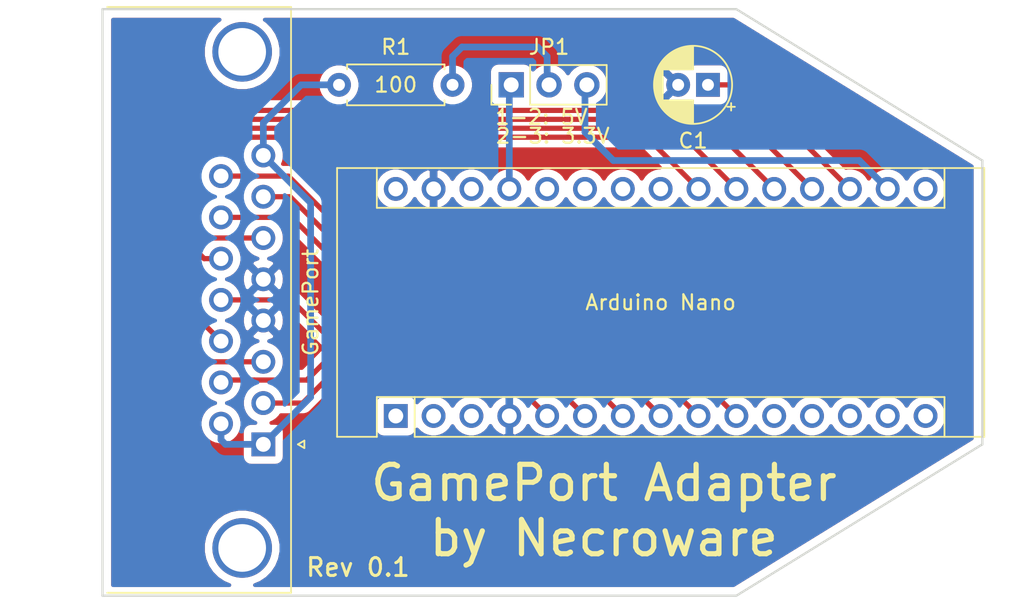
<source format=kicad_pcb>
(kicad_pcb (version 20171130) (host pcbnew 5.1.7)

  (general
    (thickness 1.6)
    (drawings 8)
    (tracks 74)
    (zones 0)
    (modules 5)
    (nets 17)
  )

  (page A4)
  (title_block
    (title "GamePort Adapter")
    (date 2020-11-19)
    (rev 0.1)
    (company Necroware)
    (comment 1 "by Scorp")
  )

  (layers
    (0 F.Cu signal)
    (31 B.Cu signal)
    (32 B.Adhes user)
    (33 F.Adhes user)
    (34 B.Paste user)
    (35 F.Paste user)
    (36 B.SilkS user)
    (37 F.SilkS user)
    (38 B.Mask user)
    (39 F.Mask user)
    (40 Dwgs.User user)
    (41 Cmts.User user)
    (42 Eco1.User user)
    (43 Eco2.User user)
    (44 Edge.Cuts user)
    (45 Margin user)
    (46 B.CrtYd user)
    (47 F.CrtYd user)
    (48 B.Fab user)
    (49 F.Fab user)
  )

  (setup
    (last_trace_width 0.35)
    (trace_clearance 0.25)
    (zone_clearance 0.508)
    (zone_45_only no)
    (trace_min 0.2)
    (via_size 0.8)
    (via_drill 0.4)
    (via_min_size 0.4)
    (via_min_drill 0.3)
    (uvia_size 0.3)
    (uvia_drill 0.1)
    (uvias_allowed no)
    (uvia_min_size 0.2)
    (uvia_min_drill 0.1)
    (edge_width 0.05)
    (segment_width 0.2)
    (pcb_text_width 0.3)
    (pcb_text_size 1.5 1.5)
    (mod_edge_width 0.12)
    (mod_text_size 1 1)
    (mod_text_width 0.15)
    (pad_size 1.524 1.524)
    (pad_drill 0.762)
    (pad_to_mask_clearance 0)
    (aux_axis_origin 0 0)
    (visible_elements FFFFFF7F)
    (pcbplotparams
      (layerselection 0x010fc_ffffffff)
      (usegerberextensions false)
      (usegerberattributes true)
      (usegerberadvancedattributes true)
      (creategerberjobfile true)
      (excludeedgelayer true)
      (linewidth 0.100000)
      (plotframeref false)
      (viasonmask false)
      (mode 1)
      (useauxorigin false)
      (hpglpennumber 1)
      (hpglpenspeed 20)
      (hpglpendiameter 15.000000)
      (psnegative false)
      (psa4output false)
      (plotreference true)
      (plotvalue true)
      (plotinvisibletext false)
      (padsonsilk false)
      (subtractmaskfromsilk false)
      (outputformat 1)
      (mirror false)
      (drillshape 0)
      (scaleselection 1)
      (outputdirectory "./gerber"))
  )

  (net 0 "")
  (net 1 VCC)
  (net 2 GND)
  (net 3 "Net-(A1-Pad27)")
  (net 4 Button_4)
  (net 5 Button_3)
  (net 6 AxisY_2)
  (net 7 Button_2)
  (net 8 AxisX_2)
  (net 9 Button_1)
  (net 10 AxisY_1)
  (net 11 AxisX_1)
  (net 12 "Net-(A1-Pad17)")
  (net 13 MIDI_RXD)
  (net 14 MIDI_TXD)
  (net 15 "Net-(A1-Pad18)")
  (net 16 "Net-(JP1-Pad2)")

  (net_class Default "This is the default net class."
    (clearance 0.25)
    (trace_width 0.35)
    (via_dia 0.8)
    (via_drill 0.4)
    (uvia_dia 0.3)
    (uvia_drill 0.1)
    (add_net AxisX_1)
    (add_net AxisX_2)
    (add_net AxisY_1)
    (add_net AxisY_2)
    (add_net Button_1)
    (add_net Button_2)
    (add_net Button_3)
    (add_net Button_4)
    (add_net MIDI_RXD)
    (add_net MIDI_TXD)
    (add_net "Net-(A1-Pad18)")
  )

  (net_class Power ""
    (clearance 0.25)
    (trace_width 0.45)
    (via_dia 0.8)
    (via_drill 0.4)
    (uvia_dia 0.3)
    (uvia_drill 0.1)
    (add_net GND)
    (add_net "Net-(A1-Pad17)")
    (add_net "Net-(A1-Pad27)")
    (add_net "Net-(JP1-Pad2)")
    (add_net VCC)
  )

  (module Resistor_THT:R_Axial_DIN0207_L6.3mm_D2.5mm_P7.62mm_Horizontal (layer F.Cu) (tedit 5AE5139B) (tstamp 5FB821F6)
    (at 105.41 69.215 180)
    (descr "Resistor, Axial_DIN0207 series, Axial, Horizontal, pin pitch=7.62mm, 0.25W = 1/4W, length*diameter=6.3*2.5mm^2, http://cdn-reichelt.de/documents/datenblatt/B400/1_4W%23YAG.pdf")
    (tags "Resistor Axial_DIN0207 series Axial Horizontal pin pitch 7.62mm 0.25W = 1/4W length 6.3mm diameter 2.5mm")
    (path /5FB853B7)
    (fp_text reference R1 (at 3.81 2.54) (layer F.SilkS)
      (effects (font (size 1 1) (thickness 0.15)))
    )
    (fp_text value 100 (at 3.81 0) (layer F.SilkS)
      (effects (font (size 1 1) (thickness 0.15)))
    )
    (fp_line (start 8.67 -1.5) (end -1.05 -1.5) (layer F.CrtYd) (width 0.05))
    (fp_line (start 8.67 1.5) (end 8.67 -1.5) (layer F.CrtYd) (width 0.05))
    (fp_line (start -1.05 1.5) (end 8.67 1.5) (layer F.CrtYd) (width 0.05))
    (fp_line (start -1.05 -1.5) (end -1.05 1.5) (layer F.CrtYd) (width 0.05))
    (fp_line (start 7.08 1.37) (end 7.08 1.04) (layer F.SilkS) (width 0.12))
    (fp_line (start 0.54 1.37) (end 7.08 1.37) (layer F.SilkS) (width 0.12))
    (fp_line (start 0.54 1.04) (end 0.54 1.37) (layer F.SilkS) (width 0.12))
    (fp_line (start 7.08 -1.37) (end 7.08 -1.04) (layer F.SilkS) (width 0.12))
    (fp_line (start 0.54 -1.37) (end 7.08 -1.37) (layer F.SilkS) (width 0.12))
    (fp_line (start 0.54 -1.04) (end 0.54 -1.37) (layer F.SilkS) (width 0.12))
    (fp_line (start 7.62 0) (end 6.96 0) (layer F.Fab) (width 0.1))
    (fp_line (start 0 0) (end 0.66 0) (layer F.Fab) (width 0.1))
    (fp_line (start 6.96 -1.25) (end 0.66 -1.25) (layer F.Fab) (width 0.1))
    (fp_line (start 6.96 1.25) (end 6.96 -1.25) (layer F.Fab) (width 0.1))
    (fp_line (start 0.66 1.25) (end 6.96 1.25) (layer F.Fab) (width 0.1))
    (fp_line (start 0.66 -1.25) (end 0.66 1.25) (layer F.Fab) (width 0.1))
    (fp_text user %R (at 3.81 0) (layer F.Fab) hide
      (effects (font (size 1 1) (thickness 0.15)))
    )
    (pad 2 thru_hole oval (at 7.62 0 180) (size 1.6 1.6) (drill 0.8) (layers *.Cu *.Mask)
      (net 1 VCC))
    (pad 1 thru_hole circle (at 0 0 180) (size 1.6 1.6) (drill 0.8) (layers *.Cu *.Mask)
      (net 16 "Net-(JP1-Pad2)"))
    (model ${KISYS3DMOD}/Resistor_THT.3dshapes/R_Axial_DIN0207_L6.3mm_D2.5mm_P7.62mm_Horizontal.wrl
      (at (xyz 0 0 0))
      (scale (xyz 1 1 1))
      (rotate (xyz 0 0 0))
    )
  )

  (module Capacitor_THT:CP_Radial_D5.0mm_P2.00mm (layer F.Cu) (tedit 5AE50EF0) (tstamp 5FB8163D)
    (at 122.555 69.215 180)
    (descr "CP, Radial series, Radial, pin pitch=2.00mm, , diameter=5mm, Electrolytic Capacitor")
    (tags "CP Radial series Radial pin pitch 2.00mm  diameter 5mm Electrolytic Capacitor")
    (path /5FB812A2)
    (fp_text reference C1 (at 1 -3.75) (layer F.SilkS)
      (effects (font (size 1 1) (thickness 0.15)))
    )
    (fp_text value 10u (at 1 3.75) (layer F.Fab)
      (effects (font (size 1 1) (thickness 0.15)))
    )
    (fp_circle (center 1 0) (end 3.5 0) (layer F.Fab) (width 0.1))
    (fp_circle (center 1 0) (end 3.62 0) (layer F.SilkS) (width 0.12))
    (fp_circle (center 1 0) (end 3.75 0) (layer F.CrtYd) (width 0.05))
    (fp_line (start -1.133605 -1.0875) (end -0.633605 -1.0875) (layer F.Fab) (width 0.1))
    (fp_line (start -0.883605 -1.3375) (end -0.883605 -0.8375) (layer F.Fab) (width 0.1))
    (fp_line (start 1 1.04) (end 1 2.58) (layer F.SilkS) (width 0.12))
    (fp_line (start 1 -2.58) (end 1 -1.04) (layer F.SilkS) (width 0.12))
    (fp_line (start 1.04 1.04) (end 1.04 2.58) (layer F.SilkS) (width 0.12))
    (fp_line (start 1.04 -2.58) (end 1.04 -1.04) (layer F.SilkS) (width 0.12))
    (fp_line (start 1.08 -2.579) (end 1.08 -1.04) (layer F.SilkS) (width 0.12))
    (fp_line (start 1.08 1.04) (end 1.08 2.579) (layer F.SilkS) (width 0.12))
    (fp_line (start 1.12 -2.578) (end 1.12 -1.04) (layer F.SilkS) (width 0.12))
    (fp_line (start 1.12 1.04) (end 1.12 2.578) (layer F.SilkS) (width 0.12))
    (fp_line (start 1.16 -2.576) (end 1.16 -1.04) (layer F.SilkS) (width 0.12))
    (fp_line (start 1.16 1.04) (end 1.16 2.576) (layer F.SilkS) (width 0.12))
    (fp_line (start 1.2 -2.573) (end 1.2 -1.04) (layer F.SilkS) (width 0.12))
    (fp_line (start 1.2 1.04) (end 1.2 2.573) (layer F.SilkS) (width 0.12))
    (fp_line (start 1.24 -2.569) (end 1.24 -1.04) (layer F.SilkS) (width 0.12))
    (fp_line (start 1.24 1.04) (end 1.24 2.569) (layer F.SilkS) (width 0.12))
    (fp_line (start 1.28 -2.565) (end 1.28 -1.04) (layer F.SilkS) (width 0.12))
    (fp_line (start 1.28 1.04) (end 1.28 2.565) (layer F.SilkS) (width 0.12))
    (fp_line (start 1.32 -2.561) (end 1.32 -1.04) (layer F.SilkS) (width 0.12))
    (fp_line (start 1.32 1.04) (end 1.32 2.561) (layer F.SilkS) (width 0.12))
    (fp_line (start 1.36 -2.556) (end 1.36 -1.04) (layer F.SilkS) (width 0.12))
    (fp_line (start 1.36 1.04) (end 1.36 2.556) (layer F.SilkS) (width 0.12))
    (fp_line (start 1.4 -2.55) (end 1.4 -1.04) (layer F.SilkS) (width 0.12))
    (fp_line (start 1.4 1.04) (end 1.4 2.55) (layer F.SilkS) (width 0.12))
    (fp_line (start 1.44 -2.543) (end 1.44 -1.04) (layer F.SilkS) (width 0.12))
    (fp_line (start 1.44 1.04) (end 1.44 2.543) (layer F.SilkS) (width 0.12))
    (fp_line (start 1.48 -2.536) (end 1.48 -1.04) (layer F.SilkS) (width 0.12))
    (fp_line (start 1.48 1.04) (end 1.48 2.536) (layer F.SilkS) (width 0.12))
    (fp_line (start 1.52 -2.528) (end 1.52 -1.04) (layer F.SilkS) (width 0.12))
    (fp_line (start 1.52 1.04) (end 1.52 2.528) (layer F.SilkS) (width 0.12))
    (fp_line (start 1.56 -2.52) (end 1.56 -1.04) (layer F.SilkS) (width 0.12))
    (fp_line (start 1.56 1.04) (end 1.56 2.52) (layer F.SilkS) (width 0.12))
    (fp_line (start 1.6 -2.511) (end 1.6 -1.04) (layer F.SilkS) (width 0.12))
    (fp_line (start 1.6 1.04) (end 1.6 2.511) (layer F.SilkS) (width 0.12))
    (fp_line (start 1.64 -2.501) (end 1.64 -1.04) (layer F.SilkS) (width 0.12))
    (fp_line (start 1.64 1.04) (end 1.64 2.501) (layer F.SilkS) (width 0.12))
    (fp_line (start 1.68 -2.491) (end 1.68 -1.04) (layer F.SilkS) (width 0.12))
    (fp_line (start 1.68 1.04) (end 1.68 2.491) (layer F.SilkS) (width 0.12))
    (fp_line (start 1.721 -2.48) (end 1.721 -1.04) (layer F.SilkS) (width 0.12))
    (fp_line (start 1.721 1.04) (end 1.721 2.48) (layer F.SilkS) (width 0.12))
    (fp_line (start 1.761 -2.468) (end 1.761 -1.04) (layer F.SilkS) (width 0.12))
    (fp_line (start 1.761 1.04) (end 1.761 2.468) (layer F.SilkS) (width 0.12))
    (fp_line (start 1.801 -2.455) (end 1.801 -1.04) (layer F.SilkS) (width 0.12))
    (fp_line (start 1.801 1.04) (end 1.801 2.455) (layer F.SilkS) (width 0.12))
    (fp_line (start 1.841 -2.442) (end 1.841 -1.04) (layer F.SilkS) (width 0.12))
    (fp_line (start 1.841 1.04) (end 1.841 2.442) (layer F.SilkS) (width 0.12))
    (fp_line (start 1.881 -2.428) (end 1.881 -1.04) (layer F.SilkS) (width 0.12))
    (fp_line (start 1.881 1.04) (end 1.881 2.428) (layer F.SilkS) (width 0.12))
    (fp_line (start 1.921 -2.414) (end 1.921 -1.04) (layer F.SilkS) (width 0.12))
    (fp_line (start 1.921 1.04) (end 1.921 2.414) (layer F.SilkS) (width 0.12))
    (fp_line (start 1.961 -2.398) (end 1.961 -1.04) (layer F.SilkS) (width 0.12))
    (fp_line (start 1.961 1.04) (end 1.961 2.398) (layer F.SilkS) (width 0.12))
    (fp_line (start 2.001 -2.382) (end 2.001 -1.04) (layer F.SilkS) (width 0.12))
    (fp_line (start 2.001 1.04) (end 2.001 2.382) (layer F.SilkS) (width 0.12))
    (fp_line (start 2.041 -2.365) (end 2.041 -1.04) (layer F.SilkS) (width 0.12))
    (fp_line (start 2.041 1.04) (end 2.041 2.365) (layer F.SilkS) (width 0.12))
    (fp_line (start 2.081 -2.348) (end 2.081 -1.04) (layer F.SilkS) (width 0.12))
    (fp_line (start 2.081 1.04) (end 2.081 2.348) (layer F.SilkS) (width 0.12))
    (fp_line (start 2.121 -2.329) (end 2.121 -1.04) (layer F.SilkS) (width 0.12))
    (fp_line (start 2.121 1.04) (end 2.121 2.329) (layer F.SilkS) (width 0.12))
    (fp_line (start 2.161 -2.31) (end 2.161 -1.04) (layer F.SilkS) (width 0.12))
    (fp_line (start 2.161 1.04) (end 2.161 2.31) (layer F.SilkS) (width 0.12))
    (fp_line (start 2.201 -2.29) (end 2.201 -1.04) (layer F.SilkS) (width 0.12))
    (fp_line (start 2.201 1.04) (end 2.201 2.29) (layer F.SilkS) (width 0.12))
    (fp_line (start 2.241 -2.268) (end 2.241 -1.04) (layer F.SilkS) (width 0.12))
    (fp_line (start 2.241 1.04) (end 2.241 2.268) (layer F.SilkS) (width 0.12))
    (fp_line (start 2.281 -2.247) (end 2.281 -1.04) (layer F.SilkS) (width 0.12))
    (fp_line (start 2.281 1.04) (end 2.281 2.247) (layer F.SilkS) (width 0.12))
    (fp_line (start 2.321 -2.224) (end 2.321 -1.04) (layer F.SilkS) (width 0.12))
    (fp_line (start 2.321 1.04) (end 2.321 2.224) (layer F.SilkS) (width 0.12))
    (fp_line (start 2.361 -2.2) (end 2.361 -1.04) (layer F.SilkS) (width 0.12))
    (fp_line (start 2.361 1.04) (end 2.361 2.2) (layer F.SilkS) (width 0.12))
    (fp_line (start 2.401 -2.175) (end 2.401 -1.04) (layer F.SilkS) (width 0.12))
    (fp_line (start 2.401 1.04) (end 2.401 2.175) (layer F.SilkS) (width 0.12))
    (fp_line (start 2.441 -2.149) (end 2.441 -1.04) (layer F.SilkS) (width 0.12))
    (fp_line (start 2.441 1.04) (end 2.441 2.149) (layer F.SilkS) (width 0.12))
    (fp_line (start 2.481 -2.122) (end 2.481 -1.04) (layer F.SilkS) (width 0.12))
    (fp_line (start 2.481 1.04) (end 2.481 2.122) (layer F.SilkS) (width 0.12))
    (fp_line (start 2.521 -2.095) (end 2.521 -1.04) (layer F.SilkS) (width 0.12))
    (fp_line (start 2.521 1.04) (end 2.521 2.095) (layer F.SilkS) (width 0.12))
    (fp_line (start 2.561 -2.065) (end 2.561 -1.04) (layer F.SilkS) (width 0.12))
    (fp_line (start 2.561 1.04) (end 2.561 2.065) (layer F.SilkS) (width 0.12))
    (fp_line (start 2.601 -2.035) (end 2.601 -1.04) (layer F.SilkS) (width 0.12))
    (fp_line (start 2.601 1.04) (end 2.601 2.035) (layer F.SilkS) (width 0.12))
    (fp_line (start 2.641 -2.004) (end 2.641 -1.04) (layer F.SilkS) (width 0.12))
    (fp_line (start 2.641 1.04) (end 2.641 2.004) (layer F.SilkS) (width 0.12))
    (fp_line (start 2.681 -1.971) (end 2.681 -1.04) (layer F.SilkS) (width 0.12))
    (fp_line (start 2.681 1.04) (end 2.681 1.971) (layer F.SilkS) (width 0.12))
    (fp_line (start 2.721 -1.937) (end 2.721 -1.04) (layer F.SilkS) (width 0.12))
    (fp_line (start 2.721 1.04) (end 2.721 1.937) (layer F.SilkS) (width 0.12))
    (fp_line (start 2.761 -1.901) (end 2.761 -1.04) (layer F.SilkS) (width 0.12))
    (fp_line (start 2.761 1.04) (end 2.761 1.901) (layer F.SilkS) (width 0.12))
    (fp_line (start 2.801 -1.864) (end 2.801 -1.04) (layer F.SilkS) (width 0.12))
    (fp_line (start 2.801 1.04) (end 2.801 1.864) (layer F.SilkS) (width 0.12))
    (fp_line (start 2.841 -1.826) (end 2.841 -1.04) (layer F.SilkS) (width 0.12))
    (fp_line (start 2.841 1.04) (end 2.841 1.826) (layer F.SilkS) (width 0.12))
    (fp_line (start 2.881 -1.785) (end 2.881 -1.04) (layer F.SilkS) (width 0.12))
    (fp_line (start 2.881 1.04) (end 2.881 1.785) (layer F.SilkS) (width 0.12))
    (fp_line (start 2.921 -1.743) (end 2.921 -1.04) (layer F.SilkS) (width 0.12))
    (fp_line (start 2.921 1.04) (end 2.921 1.743) (layer F.SilkS) (width 0.12))
    (fp_line (start 2.961 -1.699) (end 2.961 -1.04) (layer F.SilkS) (width 0.12))
    (fp_line (start 2.961 1.04) (end 2.961 1.699) (layer F.SilkS) (width 0.12))
    (fp_line (start 3.001 -1.653) (end 3.001 -1.04) (layer F.SilkS) (width 0.12))
    (fp_line (start 3.001 1.04) (end 3.001 1.653) (layer F.SilkS) (width 0.12))
    (fp_line (start 3.041 -1.605) (end 3.041 1.605) (layer F.SilkS) (width 0.12))
    (fp_line (start 3.081 -1.554) (end 3.081 1.554) (layer F.SilkS) (width 0.12))
    (fp_line (start 3.121 -1.5) (end 3.121 1.5) (layer F.SilkS) (width 0.12))
    (fp_line (start 3.161 -1.443) (end 3.161 1.443) (layer F.SilkS) (width 0.12))
    (fp_line (start 3.201 -1.383) (end 3.201 1.383) (layer F.SilkS) (width 0.12))
    (fp_line (start 3.241 -1.319) (end 3.241 1.319) (layer F.SilkS) (width 0.12))
    (fp_line (start 3.281 -1.251) (end 3.281 1.251) (layer F.SilkS) (width 0.12))
    (fp_line (start 3.321 -1.178) (end 3.321 1.178) (layer F.SilkS) (width 0.12))
    (fp_line (start 3.361 -1.098) (end 3.361 1.098) (layer F.SilkS) (width 0.12))
    (fp_line (start 3.401 -1.011) (end 3.401 1.011) (layer F.SilkS) (width 0.12))
    (fp_line (start 3.441 -0.915) (end 3.441 0.915) (layer F.SilkS) (width 0.12))
    (fp_line (start 3.481 -0.805) (end 3.481 0.805) (layer F.SilkS) (width 0.12))
    (fp_line (start 3.521 -0.677) (end 3.521 0.677) (layer F.SilkS) (width 0.12))
    (fp_line (start 3.561 -0.518) (end 3.561 0.518) (layer F.SilkS) (width 0.12))
    (fp_line (start 3.601 -0.284) (end 3.601 0.284) (layer F.SilkS) (width 0.12))
    (fp_line (start -1.804775 -1.475) (end -1.304775 -1.475) (layer F.SilkS) (width 0.12))
    (fp_line (start -1.554775 -1.725) (end -1.554775 -1.225) (layer F.SilkS) (width 0.12))
    (fp_text user %R (at 1 0) (layer F.Fab)
      (effects (font (size 1 1) (thickness 0.15)))
    )
    (pad 2 thru_hole circle (at 2 0 180) (size 1.6 1.6) (drill 0.8) (layers *.Cu *.Mask)
      (net 2 GND))
    (pad 1 thru_hole rect (at 0 0 180) (size 1.6 1.6) (drill 0.8) (layers *.Cu *.Mask)
      (net 15 "Net-(A1-Pad18)"))
    (model ${KISYS3DMOD}/Capacitor_THT.3dshapes/CP_Radial_D5.0mm_P2.00mm.wrl
      (at (xyz 0 0 0))
      (scale (xyz 1 1 1))
      (rotate (xyz 0 0 0))
    )
  )

  (module Connector_PinHeader_2.54mm:PinHeader_1x03_P2.54mm_Vertical (layer F.Cu) (tedit 59FED5CC) (tstamp 5FB7305E)
    (at 109.347 69.215 90)
    (descr "Through hole straight pin header, 1x03, 2.54mm pitch, single row")
    (tags "Through hole pin header THT 1x03 2.54mm single row")
    (path /5FB850AD)
    (fp_text reference JP1 (at 2.54 2.54 180) (layer F.SilkS)
      (effects (font (size 1 1) (thickness 0.15)))
    )
    (fp_text value Conn_01x03 (at 0 7.41 90) (layer F.Fab) hide
      (effects (font (size 1 1) (thickness 0.15)))
    )
    (fp_line (start 1.8 -1.8) (end -1.8 -1.8) (layer F.CrtYd) (width 0.05))
    (fp_line (start 1.8 6.85) (end 1.8 -1.8) (layer F.CrtYd) (width 0.05))
    (fp_line (start -1.8 6.85) (end 1.8 6.85) (layer F.CrtYd) (width 0.05))
    (fp_line (start -1.8 -1.8) (end -1.8 6.85) (layer F.CrtYd) (width 0.05))
    (fp_line (start -1.33 -1.33) (end 0 -1.33) (layer F.SilkS) (width 0.12))
    (fp_line (start -1.33 0) (end -1.33 -1.33) (layer F.SilkS) (width 0.12))
    (fp_line (start -1.33 1.27) (end 1.33 1.27) (layer F.SilkS) (width 0.12))
    (fp_line (start 1.33 1.27) (end 1.33 6.41) (layer F.SilkS) (width 0.12))
    (fp_line (start -1.33 1.27) (end -1.33 6.41) (layer F.SilkS) (width 0.12))
    (fp_line (start -1.33 6.41) (end 1.33 6.41) (layer F.SilkS) (width 0.12))
    (fp_line (start -1.27 -0.635) (end -0.635 -1.27) (layer F.Fab) (width 0.1))
    (fp_line (start -1.27 6.35) (end -1.27 -0.635) (layer F.Fab) (width 0.1))
    (fp_line (start 1.27 6.35) (end -1.27 6.35) (layer F.Fab) (width 0.1))
    (fp_line (start 1.27 -1.27) (end 1.27 6.35) (layer F.Fab) (width 0.1))
    (fp_line (start -0.635 -1.27) (end 1.27 -1.27) (layer F.Fab) (width 0.1))
    (fp_text user %R (at 0 2.54) (layer F.Fab) hide
      (effects (font (size 1 1) (thickness 0.15)))
    )
    (fp_text user "1-2: 5V" (at -2.159 2.032 180) (layer F.SilkS)
      (effects (font (size 1 1) (thickness 0.15)))
    )
    (fp_text user "2-3: 3.3V" (at -3.429 2.794 180) (layer F.SilkS)
      (effects (font (size 1 1) (thickness 0.15)))
    )
    (pad 3 thru_hole oval (at 0 5.08 90) (size 1.7 1.7) (drill 1) (layers *.Cu *.Mask)
      (net 12 "Net-(A1-Pad17)"))
    (pad 2 thru_hole oval (at 0 2.54 90) (size 1.7 1.7) (drill 1) (layers *.Cu *.Mask)
      (net 16 "Net-(JP1-Pad2)"))
    (pad 1 thru_hole rect (at 0 0 90) (size 1.7 1.7) (drill 1) (layers *.Cu *.Mask)
      (net 3 "Net-(A1-Pad27)"))
    (model ${KISYS3DMOD}/Connector_PinHeader_2.54mm.3dshapes/PinHeader_1x03_P2.54mm_Vertical.wrl
      (at (xyz 0 0 0))
      (scale (xyz 1 1 1))
      (rotate (xyz 0 0 0))
    )
  )

  (module Module:Arduino_Nano (layer F.Cu) (tedit 58ACAF70) (tstamp 5FB81D1D)
    (at 101.6 91.44 90)
    (descr "Arduino Nano, http://www.mouser.com/pdfdocs/Gravitech_Arduino_Nano3_0.pdf")
    (tags "Arduino Nano")
    (path /5FB6A14E)
    (fp_text reference A1 (at 7.62 -5.08 90) (layer F.Fab) hide
      (effects (font (size 1 1) (thickness 0.15)))
    )
    (fp_text value "Arduino Nano" (at 7.62 17.78) (layer F.SilkS)
      (effects (font (size 1 1) (thickness 0.15)))
    )
    (fp_line (start 16.75 42.16) (end -1.53 42.16) (layer F.CrtYd) (width 0.05))
    (fp_line (start 16.75 42.16) (end 16.75 -4.06) (layer F.CrtYd) (width 0.05))
    (fp_line (start -1.53 -4.06) (end -1.53 42.16) (layer F.CrtYd) (width 0.05))
    (fp_line (start -1.53 -4.06) (end 16.75 -4.06) (layer F.CrtYd) (width 0.05))
    (fp_line (start 16.51 -3.81) (end 16.51 39.37) (layer F.Fab) (width 0.1))
    (fp_line (start 0 -3.81) (end 16.51 -3.81) (layer F.Fab) (width 0.1))
    (fp_line (start -1.27 -2.54) (end 0 -3.81) (layer F.Fab) (width 0.1))
    (fp_line (start -1.27 39.37) (end -1.27 -2.54) (layer F.Fab) (width 0.1))
    (fp_line (start 16.51 39.37) (end -1.27 39.37) (layer F.Fab) (width 0.1))
    (fp_line (start 16.64 -3.94) (end -1.4 -3.94) (layer F.SilkS) (width 0.12))
    (fp_line (start 16.64 39.5) (end 16.64 -3.94) (layer F.SilkS) (width 0.12))
    (fp_line (start -1.4 39.5) (end 16.64 39.5) (layer F.SilkS) (width 0.12))
    (fp_line (start 3.81 41.91) (end 3.81 31.75) (layer F.Fab) (width 0.1))
    (fp_line (start 11.43 41.91) (end 3.81 41.91) (layer F.Fab) (width 0.1))
    (fp_line (start 11.43 31.75) (end 11.43 41.91) (layer F.Fab) (width 0.1))
    (fp_line (start 3.81 31.75) (end 11.43 31.75) (layer F.Fab) (width 0.1))
    (fp_line (start 1.27 36.83) (end -1.4 36.83) (layer F.SilkS) (width 0.12))
    (fp_line (start 1.27 1.27) (end 1.27 36.83) (layer F.SilkS) (width 0.12))
    (fp_line (start 1.27 1.27) (end -1.4 1.27) (layer F.SilkS) (width 0.12))
    (fp_line (start 13.97 36.83) (end 16.64 36.83) (layer F.SilkS) (width 0.12))
    (fp_line (start 13.97 -1.27) (end 13.97 36.83) (layer F.SilkS) (width 0.12))
    (fp_line (start 13.97 -1.27) (end 16.64 -1.27) (layer F.SilkS) (width 0.12))
    (fp_line (start -1.4 -3.94) (end -1.4 -1.27) (layer F.SilkS) (width 0.12))
    (fp_line (start -1.4 1.27) (end -1.4 39.5) (layer F.SilkS) (width 0.12))
    (fp_line (start 1.27 -1.27) (end -1.4 -1.27) (layer F.SilkS) (width 0.12))
    (fp_line (start 1.27 1.27) (end 1.27 -1.27) (layer F.SilkS) (width 0.12))
    (fp_text user %R (at 6.35 19.05) (layer F.Fab) hide
      (effects (font (size 1 1) (thickness 0.15)))
    )
    (pad 16 thru_hole oval (at 15.24 35.56 90) (size 1.6 1.6) (drill 1) (layers *.Cu *.Mask))
    (pad 15 thru_hole oval (at 0 35.56 90) (size 1.6 1.6) (drill 1) (layers *.Cu *.Mask))
    (pad 30 thru_hole oval (at 15.24 0 90) (size 1.6 1.6) (drill 1) (layers *.Cu *.Mask))
    (pad 14 thru_hole oval (at 0 33.02 90) (size 1.6 1.6) (drill 1) (layers *.Cu *.Mask))
    (pad 29 thru_hole oval (at 15.24 2.54 90) (size 1.6 1.6) (drill 1) (layers *.Cu *.Mask)
      (net 2 GND))
    (pad 13 thru_hole oval (at 0 30.48 90) (size 1.6 1.6) (drill 1) (layers *.Cu *.Mask))
    (pad 28 thru_hole oval (at 15.24 5.08 90) (size 1.6 1.6) (drill 1) (layers *.Cu *.Mask))
    (pad 12 thru_hole oval (at 0 27.94 90) (size 1.6 1.6) (drill 1) (layers *.Cu *.Mask))
    (pad 27 thru_hole oval (at 15.24 7.62 90) (size 1.6 1.6) (drill 1) (layers *.Cu *.Mask)
      (net 3 "Net-(A1-Pad27)"))
    (pad 11 thru_hole oval (at 0 25.4 90) (size 1.6 1.6) (drill 1) (layers *.Cu *.Mask))
    (pad 26 thru_hole oval (at 15.24 10.16 90) (size 1.6 1.6) (drill 1) (layers *.Cu *.Mask))
    (pad 10 thru_hole oval (at 0 22.86 90) (size 1.6 1.6) (drill 1) (layers *.Cu *.Mask)
      (net 13 MIDI_RXD))
    (pad 25 thru_hole oval (at 15.24 12.7 90) (size 1.6 1.6) (drill 1) (layers *.Cu *.Mask))
    (pad 9 thru_hole oval (at 0 20.32 90) (size 1.6 1.6) (drill 1) (layers *.Cu *.Mask)
      (net 7 Button_2))
    (pad 24 thru_hole oval (at 15.24 15.24 90) (size 1.6 1.6) (drill 1) (layers *.Cu *.Mask))
    (pad 8 thru_hole oval (at 0 17.78 90) (size 1.6 1.6) (drill 1) (layers *.Cu *.Mask)
      (net 4 Button_4))
    (pad 23 thru_hole oval (at 15.24 17.78 90) (size 1.6 1.6) (drill 1) (layers *.Cu *.Mask))
    (pad 7 thru_hole oval (at 0 15.24 90) (size 1.6 1.6) (drill 1) (layers *.Cu *.Mask)
      (net 14 MIDI_TXD))
    (pad 22 thru_hole oval (at 15.24 20.32 90) (size 1.6 1.6) (drill 1) (layers *.Cu *.Mask)
      (net 10 AxisY_1))
    (pad 6 thru_hole oval (at 0 12.7 90) (size 1.6 1.6) (drill 1) (layers *.Cu *.Mask)
      (net 5 Button_3))
    (pad 21 thru_hole oval (at 15.24 22.86 90) (size 1.6 1.6) (drill 1) (layers *.Cu *.Mask)
      (net 6 AxisY_2))
    (pad 5 thru_hole oval (at 0 10.16 90) (size 1.6 1.6) (drill 1) (layers *.Cu *.Mask)
      (net 9 Button_1))
    (pad 20 thru_hole oval (at 15.24 25.4 90) (size 1.6 1.6) (drill 1) (layers *.Cu *.Mask)
      (net 8 AxisX_2))
    (pad 4 thru_hole oval (at 0 7.62 90) (size 1.6 1.6) (drill 1) (layers *.Cu *.Mask)
      (net 2 GND))
    (pad 19 thru_hole oval (at 15.24 27.94 90) (size 1.6 1.6) (drill 1) (layers *.Cu *.Mask)
      (net 11 AxisX_1))
    (pad 3 thru_hole oval (at 0 5.08 90) (size 1.6 1.6) (drill 1) (layers *.Cu *.Mask))
    (pad 18 thru_hole oval (at 15.24 30.48 90) (size 1.6 1.6) (drill 1) (layers *.Cu *.Mask)
      (net 15 "Net-(A1-Pad18)"))
    (pad 2 thru_hole oval (at 0 2.54 90) (size 1.6 1.6) (drill 1) (layers *.Cu *.Mask))
    (pad 17 thru_hole oval (at 15.24 33.02 90) (size 1.6 1.6) (drill 1) (layers *.Cu *.Mask)
      (net 12 "Net-(A1-Pad17)"))
    (pad 1 thru_hole rect (at 0 0 90) (size 1.6 1.6) (drill 1) (layers *.Cu *.Mask))
    (model ${KISYS3DMOD}/Module.3dshapes/Arduino_Nano_WithMountingHoles.wrl
      (at (xyz 0 0 0))
      (scale (xyz 1 1 1))
      (rotate (xyz 0 0 0))
    )
  )

  (module Connector_Dsub:DSUB-15_Female_Horizontal_P2.77x2.84mm_EdgePinOffset7.70mm_Housed_MountingHolesOffset9.12mm (layer F.Cu) (tedit 59FEDEE2) (tstamp 5FB6EDBF)
    (at 92.71 93.345 270)
    (descr "15-pin D-Sub connector, horizontal/angled (90 deg), THT-mount, female, pitch 2.77x2.84mm, pin-PCB-offset 7.699999999999999mm, distance of mounting holes 33.3mm, distance of mounting holes to PCB edge 9.12mm, see https://disti-assets.s3.amazonaws.com/tonar/files/datasheets/16730.pdf")
    (tags "15-pin D-Sub connector horizontal angled 90deg THT female pitch 2.77x2.84mm pin-PCB-offset 7.699999999999999mm mounting-holes-distance 33.3mm mounting-hole-offset 33.3mm")
    (path /5FB67AC2)
    (fp_text reference CONN1 (at -9.695 -2.8 90) (layer F.Fab) hide
      (effects (font (size 1 1) (thickness 0.15)))
    )
    (fp_text value GamePort (at -9.525 -3.175 90) (layer F.SilkS)
      (effects (font (size 1 1) (thickness 0.15)))
    )
    (fp_line (start 10.45 -2.35) (end -29.8 -2.35) (layer F.CrtYd) (width 0.05))
    (fp_line (start 10.45 17.65) (end 10.45 -2.35) (layer F.CrtYd) (width 0.05))
    (fp_line (start -29.8 17.65) (end 10.45 17.65) (layer F.CrtYd) (width 0.05))
    (fp_line (start -29.8 -2.35) (end -29.8 17.65) (layer F.CrtYd) (width 0.05))
    (fp_line (start 0 -2.321325) (end -0.25 -2.754338) (layer F.SilkS) (width 0.12))
    (fp_line (start 0.25 -2.754338) (end 0 -2.321325) (layer F.SilkS) (width 0.12))
    (fp_line (start -0.25 -2.754338) (end 0.25 -2.754338) (layer F.SilkS) (width 0.12))
    (fp_line (start 9.965 -1.86) (end 9.965 10.48) (layer F.SilkS) (width 0.12))
    (fp_line (start -29.355 -1.86) (end 9.965 -1.86) (layer F.SilkS) (width 0.12))
    (fp_line (start -29.355 10.48) (end -29.355 -1.86) (layer F.SilkS) (width 0.12))
    (fp_line (start 8.555 10.54) (end 8.555 1.42) (layer F.Fab) (width 0.1))
    (fp_line (start 5.355 10.54) (end 5.355 1.42) (layer F.Fab) (width 0.1))
    (fp_line (start -24.745 10.54) (end -24.745 1.42) (layer F.Fab) (width 0.1))
    (fp_line (start -27.945 10.54) (end -27.945 1.42) (layer F.Fab) (width 0.1))
    (fp_line (start 9.455 10.94) (end 4.455 10.94) (layer F.Fab) (width 0.1))
    (fp_line (start 9.455 15.94) (end 9.455 10.94) (layer F.Fab) (width 0.1))
    (fp_line (start 4.455 15.94) (end 9.455 15.94) (layer F.Fab) (width 0.1))
    (fp_line (start 4.455 10.94) (end 4.455 15.94) (layer F.Fab) (width 0.1))
    (fp_line (start -23.845 10.94) (end -28.845 10.94) (layer F.Fab) (width 0.1))
    (fp_line (start -23.845 15.94) (end -23.845 10.94) (layer F.Fab) (width 0.1))
    (fp_line (start -28.845 15.94) (end -23.845 15.94) (layer F.Fab) (width 0.1))
    (fp_line (start -28.845 10.94) (end -28.845 15.94) (layer F.Fab) (width 0.1))
    (fp_line (start 2.605 10.94) (end -21.995 10.94) (layer F.Fab) (width 0.1))
    (fp_line (start 2.605 17.11) (end 2.605 10.94) (layer F.Fab) (width 0.1))
    (fp_line (start -21.995 17.11) (end 2.605 17.11) (layer F.Fab) (width 0.1))
    (fp_line (start -21.995 10.94) (end -21.995 17.11) (layer F.Fab) (width 0.1))
    (fp_line (start 9.905 10.54) (end -29.295 10.54) (layer F.Fab) (width 0.1))
    (fp_line (start 9.905 10.94) (end 9.905 10.54) (layer F.Fab) (width 0.1))
    (fp_line (start -29.295 10.94) (end 9.905 10.94) (layer F.Fab) (width 0.1))
    (fp_line (start -29.295 10.54) (end -29.295 10.94) (layer F.Fab) (width 0.1))
    (fp_line (start 9.905 -1.8) (end -29.295 -1.8) (layer F.Fab) (width 0.1))
    (fp_line (start 9.905 10.54) (end 9.905 -1.8) (layer F.Fab) (width 0.1))
    (fp_line (start -29.295 10.54) (end 9.905 10.54) (layer F.Fab) (width 0.1))
    (fp_line (start -29.295 -1.8) (end -29.295 10.54) (layer F.Fab) (width 0.1))
    (fp_text user %R (at -9.695 14.025 90) (layer F.Fab)
      (effects (font (size 1 1) (thickness 0.15)))
    )
    (fp_arc (start 6.955 1.42) (end 5.355 1.42) (angle 180) (layer F.Fab) (width 0.1))
    (fp_arc (start -26.345 1.42) (end -27.945 1.42) (angle 180) (layer F.Fab) (width 0.1))
    (pad 0 thru_hole circle (at 6.955 1.42 270) (size 4 4) (drill 3.2) (layers *.Cu *.Mask))
    (pad 0 thru_hole circle (at -26.345 1.42 270) (size 4 4) (drill 3.2) (layers *.Cu *.Mask))
    (pad 15 thru_hole circle (at -18.005 2.84 270) (size 1.6 1.6) (drill 1) (layers *.Cu *.Mask)
      (net 13 MIDI_RXD))
    (pad 14 thru_hole circle (at -15.235 2.84 270) (size 1.6 1.6) (drill 1) (layers *.Cu *.Mask)
      (net 4 Button_4))
    (pad 13 thru_hole circle (at -12.465 2.84 270) (size 1.6 1.6) (drill 1) (layers *.Cu *.Mask)
      (net 6 AxisY_2))
    (pad 12 thru_hole circle (at -9.695 2.84 270) (size 1.6 1.6) (drill 1) (layers *.Cu *.Mask)
      (net 14 MIDI_TXD))
    (pad 11 thru_hole circle (at -6.925 2.84 270) (size 1.6 1.6) (drill 1) (layers *.Cu *.Mask)
      (net 8 AxisX_2))
    (pad 10 thru_hole circle (at -4.155 2.84 270) (size 1.6 1.6) (drill 1) (layers *.Cu *.Mask)
      (net 5 Button_3))
    (pad 9 thru_hole circle (at -1.385 2.84 270) (size 1.6 1.6) (drill 1) (layers *.Cu *.Mask)
      (net 1 VCC))
    (pad 8 thru_hole circle (at -19.39 0 270) (size 1.6 1.6) (drill 1) (layers *.Cu *.Mask)
      (net 1 VCC))
    (pad 7 thru_hole circle (at -16.62 0 270) (size 1.6 1.6) (drill 1) (layers *.Cu *.Mask)
      (net 7 Button_2))
    (pad 6 thru_hole circle (at -13.85 0 270) (size 1.6 1.6) (drill 1) (layers *.Cu *.Mask)
      (net 10 AxisY_1))
    (pad 5 thru_hole circle (at -11.08 0 270) (size 1.6 1.6) (drill 1) (layers *.Cu *.Mask)
      (net 2 GND))
    (pad 4 thru_hole circle (at -8.31 0 270) (size 1.6 1.6) (drill 1) (layers *.Cu *.Mask)
      (net 2 GND))
    (pad 3 thru_hole circle (at -5.54 0 270) (size 1.6 1.6) (drill 1) (layers *.Cu *.Mask)
      (net 11 AxisX_1))
    (pad 2 thru_hole circle (at -2.77 0 270) (size 1.6 1.6) (drill 1) (layers *.Cu *.Mask)
      (net 9 Button_1))
    (pad 1 thru_hole rect (at 0 0 270) (size 1.6 1.6) (drill 1) (layers *.Cu *.Mask)
      (net 1 VCC))
    (model ${KISYS3DMOD}/Connector_Dsub.3dshapes/DSUB-15_Female_Horizontal_P2.77x2.84mm_EdgePinOffset7.70mm_Housed_MountingHolesOffset9.12mm.wrl
      (at (xyz 0 0 0))
      (scale (xyz 1 1 1))
      (rotate (xyz 0 0 0))
    )
  )

  (gr_text "Rev 0.1" (at 99.06 101.6) (layer F.SilkS)
    (effects (font (size 1.2 1.2) (thickness 0.2)))
  )
  (gr_text "GamePort Adapter\nby Necroware" (at 115.57 97.79) (layer F.SilkS)
    (effects (font (size 2.3 2.3) (thickness 0.35)))
  )
  (gr_line (start 124.46 103.505) (end 140.97 93.345) (layer Edge.Cuts) (width 0.15) (tstamp 5FB71FF8))
  (gr_line (start 124.46 64.135) (end 140.97 74.295) (layer Edge.Cuts) (width 0.15) (tstamp 5FB71FF7))
  (gr_line (start 81.915 103.505) (end 81.915 64.135) (layer Edge.Cuts) (width 0.15))
  (gr_line (start 124.46 103.505) (end 81.915 103.505) (layer Edge.Cuts) (width 0.15))
  (gr_line (start 140.97 74.295) (end 140.97 93.345) (layer Edge.Cuts) (width 0.15))
  (gr_line (start 81.915 64.135) (end 124.46 64.135) (layer Edge.Cuts) (width 0.15))

  (segment (start 89.87 91.96) (end 89.87 93.045) (width 0.45) (layer B.Cu) (net 1))
  (segment (start 90.17 93.345) (end 92.71 93.345) (width 0.45) (layer B.Cu) (net 1))
  (segment (start 89.87 93.045) (end 90.17 93.345) (width 0.45) (layer B.Cu) (net 1))
  (segment (start 92.71 73.955) (end 95.885 77.13) (width 0.45) (layer B.Cu) (net 1))
  (segment (start 95.885 90.17) (end 92.71 93.345) (width 0.45) (layer B.Cu) (net 1))
  (segment (start 95.885 77.13) (end 95.885 90.17) (width 0.45) (layer B.Cu) (net 1))
  (segment (start 97.79 69.215) (end 95.25 69.215) (width 0.45) (layer B.Cu) (net 1))
  (segment (start 92.71 71.755) (end 92.71 73.955) (width 0.45) (layer B.Cu) (net 1))
  (segment (start 95.25 69.215) (end 92.71 71.755) (width 0.45) (layer B.Cu) (net 1))
  (segment (start 109.22 76.2) (end 109.22 69.215) (width 0.45) (layer B.Cu) (net 3))
  (segment (start 114.046 86.106) (end 119.38 91.44) (width 0.35) (layer F.Cu) (net 4))
  (segment (start 102.616 86.106) (end 114.046 86.106) (width 0.35) (layer F.Cu) (net 4))
  (segment (start 94.62 78.11) (end 102.616 86.106) (width 0.35) (layer F.Cu) (net 4))
  (segment (start 89.87 78.11) (end 94.62 78.11) (width 0.35) (layer F.Cu) (net 4))
  (segment (start 97.028 87.63) (end 110.49 87.63) (width 0.35) (layer F.Cu) (net 5))
  (segment (start 95.627999 89.030001) (end 97.028 87.63) (width 0.35) (layer F.Cu) (net 5))
  (segment (start 92.121999 89.030001) (end 95.627999 89.030001) (width 0.35) (layer F.Cu) (net 5))
  (segment (start 92.118998 89.027) (end 92.121999 89.030001) (width 0.35) (layer F.Cu) (net 5))
  (segment (start 110.49 87.63) (end 114.3 91.44) (width 0.35) (layer F.Cu) (net 5))
  (segment (start 90.033 89.027) (end 92.118998 89.027) (width 0.35) (layer F.Cu) (net 5))
  (segment (start 89.87 89.19) (end 90.033 89.027) (width 0.35) (layer F.Cu) (net 5))
  (segment (start 89.87 80.88) (end 88.73863 80.88) (width 0.35) (layer F.Cu) (net 6))
  (segment (start 88.73863 80.88) (end 87.537989 79.679359) (width 0.35) (layer F.Cu) (net 6))
  (segment (start 120.389989 72.129989) (end 124.46 76.2) (width 0.35) (layer F.Cu) (net 6))
  (segment (start 87.537989 79.679359) (end 87.537989 74.427468) (width 0.35) (layer F.Cu) (net 6))
  (segment (start 87.537989 74.427468) (end 89.835469 72.129988) (width 0.35) (layer F.Cu) (net 6))
  (segment (start 89.835469 72.129988) (end 120.389989 72.129989) (width 0.35) (layer F.Cu) (net 6))
  (segment (start 92.71 76.725) (end 93.353225 76.725) (width 0.35) (layer F.Cu) (net 7))
  (segment (start 93.353225 76.725) (end 93.353225 76.841815) (width 0.35) (layer F.Cu) (net 7))
  (segment (start 115.824 85.344) (end 121.92 91.44) (width 0.35) (layer F.Cu) (net 7))
  (segment (start 103.124 85.344) (end 115.824 85.344) (width 0.35) (layer F.Cu) (net 7))
  (segment (start 94.505 76.725) (end 103.124 85.344) (width 0.35) (layer F.Cu) (net 7))
  (segment (start 92.71 76.725) (end 94.505 76.725) (width 0.35) (layer F.Cu) (net 7))
  (segment (start 89.586938 71.529978) (end 122.329979 71.529979) (width 0.35) (layer F.Cu) (net 8))
  (segment (start 86.937978 74.178936) (end 89.586938 71.529978) (width 0.35) (layer F.Cu) (net 8))
  (segment (start 89.87 86.42) (end 86.937978 83.487978) (width 0.35) (layer F.Cu) (net 8))
  (segment (start 86.937978 83.487978) (end 86.937978 74.178936) (width 0.35) (layer F.Cu) (net 8))
  (segment (start 122.329979 71.529979) (end 127 76.2) (width 0.35) (layer F.Cu) (net 8))
  (segment (start 108.712 88.392) (end 111.76 91.44) (width 0.35) (layer F.Cu) (net 9))
  (segment (start 97.536 88.392) (end 108.712 88.392) (width 0.35) (layer F.Cu) (net 9))
  (segment (start 95.353 90.575) (end 97.536 88.392) (width 0.35) (layer F.Cu) (net 9))
  (segment (start 92.71 90.575) (end 95.353 90.575) (width 0.35) (layer F.Cu) (net 9))
  (segment (start 88.138 74.676) (end 90.084001 72.729999) (width 0.35) (layer F.Cu) (net 10))
  (segment (start 88.138 78.74) (end 88.138 74.676) (width 0.35) (layer F.Cu) (net 10))
  (segment (start 118.449999 72.729999) (end 121.92 76.2) (width 0.35) (layer F.Cu) (net 10))
  (segment (start 88.893 79.495) (end 88.138 78.74) (width 0.35) (layer F.Cu) (net 10))
  (segment (start 92.71 79.495) (end 88.893 79.495) (width 0.35) (layer F.Cu) (net 10))
  (segment (start 90.084001 72.729999) (end 118.449999 72.729999) (width 0.35) (layer F.Cu) (net 10))
  (segment (start 92.71 87.805) (end 89.075 87.805) (width 0.35) (layer F.Cu) (net 11))
  (segment (start 124.269969 70.929969) (end 129.54 76.2) (width 0.35) (layer F.Cu) (net 11))
  (segment (start 89.338407 70.929968) (end 124.269969 70.929969) (width 0.35) (layer F.Cu) (net 11))
  (segment (start 86.337967 73.930404) (end 89.338407 70.929968) (width 0.35) (layer F.Cu) (net 11))
  (segment (start 86.337967 85.067967) (end 86.337967 73.930404) (width 0.35) (layer F.Cu) (net 11))
  (segment (start 89.075 87.805) (end 86.337967 85.067967) (width 0.35) (layer F.Cu) (net 11))
  (segment (start 132.715 74.295) (end 134.62 76.2) (width 0.45) (layer B.Cu) (net 12))
  (segment (start 116.205 74.295) (end 132.715 74.295) (width 0.45) (layer B.Cu) (net 12))
  (segment (start 114.3 72.39) (end 116.205 74.295) (width 0.45) (layer B.Cu) (net 12))
  (segment (start 114.3 72.39) (end 114.3 69.215) (width 0.45) (layer B.Cu) (net 12))
  (segment (start 117.602 84.582) (end 124.46 91.44) (width 0.35) (layer F.Cu) (net 13))
  (segment (start 103.632 84.582) (end 117.602 84.582) (width 0.35) (layer F.Cu) (net 13))
  (segment (start 94.39 75.34) (end 103.632 84.582) (width 0.35) (layer F.Cu) (net 13))
  (segment (start 89.87 75.34) (end 94.39 75.34) (width 0.35) (layer F.Cu) (net 13))
  (segment (start 90.029999 83.809999) (end 89.87 83.65) (width 0.35) (layer F.Cu) (net 14))
  (segment (start 112.268 86.868) (end 116.84 91.44) (width 0.35) (layer F.Cu) (net 14))
  (segment (start 97.79 86.868) (end 112.268 86.868) (width 0.35) (layer F.Cu) (net 14))
  (segment (start 94.572 83.65) (end 97.79 86.868) (width 0.35) (layer F.Cu) (net 14))
  (segment (start 89.87 83.65) (end 94.572 83.65) (width 0.35) (layer F.Cu) (net 14))
  (segment (start 125.095 69.215) (end 132.08 76.2) (width 0.35) (layer F.Cu) (net 15))
  (segment (start 122.555 69.215) (end 125.095 69.215) (width 0.35) (layer F.Cu) (net 15))
  (segment (start 111.76 67.31) (end 111.76 69.215) (width 0.45) (layer B.Cu) (net 16))
  (segment (start 111.125 66.675) (end 111.76 67.31) (width 0.45) (layer B.Cu) (net 16))
  (segment (start 105.41 67.31) (end 106.045 66.675) (width 0.45) (layer B.Cu) (net 16))
  (segment (start 106.045 66.675) (end 111.125 66.675) (width 0.45) (layer B.Cu) (net 16))
  (segment (start 105.41 69.215) (end 105.41 67.31) (width 0.45) (layer B.Cu) (net 16))

  (zone (net 2) (net_name GND) (layer B.Cu) (tstamp 5FBBE53F) (hatch edge 0.508)
    (connect_pads (clearance 0.508))
    (min_thickness 0.254)
    (fill yes (arc_segments 32) (thermal_gap 0.508) (thermal_bridge_width 0.508))
    (polygon
      (pts
        (xy 140.97 103.505) (xy 81.915 103.505) (xy 81.915 64.135) (xy 140.97 64.135)
      )
    )
    (filled_polygon
      (pts
        (xy 89.610285 64.953262) (xy 89.243262 65.320285) (xy 88.954893 65.751859) (xy 88.756261 66.231399) (xy 88.655 66.740475)
        (xy 88.655 67.259525) (xy 88.756261 67.768601) (xy 88.954893 68.248141) (xy 89.243262 68.679715) (xy 89.610285 69.046738)
        (xy 90.041859 69.335107) (xy 90.521399 69.533739) (xy 91.030475 69.635) (xy 91.549525 69.635) (xy 92.058601 69.533739)
        (xy 92.538141 69.335107) (xy 92.969715 69.046738) (xy 93.336738 68.679715) (xy 93.625107 68.248141) (xy 93.823739 67.768601)
        (xy 93.925 67.259525) (xy 93.925 66.740475) (xy 93.823739 66.231399) (xy 93.625107 65.751859) (xy 93.336738 65.320285)
        (xy 92.969715 64.953262) (xy 92.80769 64.845) (xy 124.259041 64.845) (xy 140.26 74.691744) (xy 140.260001 92.948255)
        (xy 124.259041 102.795) (xy 92.152125 102.795) (xy 92.538141 102.635107) (xy 92.969715 102.346738) (xy 93.336738 101.979715)
        (xy 93.625107 101.548141) (xy 93.823739 101.068601) (xy 93.925 100.559525) (xy 93.925 100.040475) (xy 93.823739 99.531399)
        (xy 93.625107 99.051859) (xy 93.336738 98.620285) (xy 92.969715 98.253262) (xy 92.538141 97.964893) (xy 92.058601 97.766261)
        (xy 91.549525 97.665) (xy 91.030475 97.665) (xy 90.521399 97.766261) (xy 90.041859 97.964893) (xy 89.610285 98.253262)
        (xy 89.243262 98.620285) (xy 88.954893 99.051859) (xy 88.756261 99.531399) (xy 88.655 100.040475) (xy 88.655 100.559525)
        (xy 88.756261 101.068601) (xy 88.954893 101.548141) (xy 89.243262 101.979715) (xy 89.610285 102.346738) (xy 90.041859 102.635107)
        (xy 90.427875 102.795) (xy 82.625 102.795) (xy 82.625 75.198665) (xy 88.435 75.198665) (xy 88.435 75.481335)
        (xy 88.490147 75.758574) (xy 88.59832 76.019727) (xy 88.755363 76.254759) (xy 88.955241 76.454637) (xy 89.190273 76.61168)
        (xy 89.451426 76.719853) (xy 89.477301 76.725) (xy 89.451426 76.730147) (xy 89.190273 76.83832) (xy 88.955241 76.995363)
        (xy 88.755363 77.195241) (xy 88.59832 77.430273) (xy 88.490147 77.691426) (xy 88.435 77.968665) (xy 88.435 78.251335)
        (xy 88.490147 78.528574) (xy 88.59832 78.789727) (xy 88.755363 79.024759) (xy 88.955241 79.224637) (xy 89.190273 79.38168)
        (xy 89.451426 79.489853) (xy 89.477301 79.495) (xy 89.451426 79.500147) (xy 89.190273 79.60832) (xy 88.955241 79.765363)
        (xy 88.755363 79.965241) (xy 88.59832 80.200273) (xy 88.490147 80.461426) (xy 88.435 80.738665) (xy 88.435 81.021335)
        (xy 88.490147 81.298574) (xy 88.59832 81.559727) (xy 88.755363 81.794759) (xy 88.955241 81.994637) (xy 89.190273 82.15168)
        (xy 89.451426 82.259853) (xy 89.477301 82.265) (xy 89.451426 82.270147) (xy 89.190273 82.37832) (xy 88.955241 82.535363)
        (xy 88.755363 82.735241) (xy 88.59832 82.970273) (xy 88.490147 83.231426) (xy 88.435 83.508665) (xy 88.435 83.791335)
        (xy 88.490147 84.068574) (xy 88.59832 84.329727) (xy 88.755363 84.564759) (xy 88.955241 84.764637) (xy 89.190273 84.92168)
        (xy 89.451426 85.029853) (xy 89.477301 85.035) (xy 89.451426 85.040147) (xy 89.190273 85.14832) (xy 88.955241 85.305363)
        (xy 88.755363 85.505241) (xy 88.59832 85.740273) (xy 88.490147 86.001426) (xy 88.435 86.278665) (xy 88.435 86.561335)
        (xy 88.490147 86.838574) (xy 88.59832 87.099727) (xy 88.755363 87.334759) (xy 88.955241 87.534637) (xy 89.190273 87.69168)
        (xy 89.451426 87.799853) (xy 89.477301 87.805) (xy 89.451426 87.810147) (xy 89.190273 87.91832) (xy 88.955241 88.075363)
        (xy 88.755363 88.275241) (xy 88.59832 88.510273) (xy 88.490147 88.771426) (xy 88.435 89.048665) (xy 88.435 89.331335)
        (xy 88.490147 89.608574) (xy 88.59832 89.869727) (xy 88.755363 90.104759) (xy 88.955241 90.304637) (xy 89.190273 90.46168)
        (xy 89.451426 90.569853) (xy 89.477301 90.575) (xy 89.451426 90.580147) (xy 89.190273 90.68832) (xy 88.955241 90.845363)
        (xy 88.755363 91.045241) (xy 88.59832 91.280273) (xy 88.490147 91.541426) (xy 88.435 91.818665) (xy 88.435 92.101335)
        (xy 88.490147 92.378574) (xy 88.59832 92.639727) (xy 88.755363 92.874759) (xy 88.955241 93.074637) (xy 89.012529 93.112915)
        (xy 89.022444 93.213589) (xy 89.060746 93.339853) (xy 89.07162 93.3757) (xy 89.151477 93.525102) (xy 89.258947 93.656054)
        (xy 89.29176 93.682983) (xy 89.532012 93.923235) (xy 89.558946 93.956054) (xy 89.689898 94.063524) (xy 89.8393 94.143381)
        (xy 89.96368 94.181111) (xy 90.00141 94.192556) (xy 90.018558 94.194245) (xy 90.127754 94.205) (xy 90.12776 94.205)
        (xy 90.169999 94.20916) (xy 90.212238 94.205) (xy 91.277837 94.205) (xy 91.284188 94.269482) (xy 91.320498 94.38918)
        (xy 91.379463 94.499494) (xy 91.458815 94.596185) (xy 91.555506 94.675537) (xy 91.66582 94.734502) (xy 91.785518 94.770812)
        (xy 91.91 94.783072) (xy 93.51 94.783072) (xy 93.634482 94.770812) (xy 93.75418 94.734502) (xy 93.864494 94.675537)
        (xy 93.961185 94.596185) (xy 94.040537 94.499494) (xy 94.099502 94.38918) (xy 94.135812 94.269482) (xy 94.148072 94.145)
        (xy 94.148072 93.123151) (xy 96.463241 90.807983) (xy 96.496054 90.781054) (xy 96.603524 90.650102) (xy 96.608923 90.64)
        (xy 100.161928 90.64) (xy 100.161928 92.24) (xy 100.174188 92.364482) (xy 100.210498 92.48418) (xy 100.269463 92.594494)
        (xy 100.348815 92.691185) (xy 100.445506 92.770537) (xy 100.55582 92.829502) (xy 100.675518 92.865812) (xy 100.8 92.878072)
        (xy 102.4 92.878072) (xy 102.524482 92.865812) (xy 102.64418 92.829502) (xy 102.754494 92.770537) (xy 102.851185 92.691185)
        (xy 102.930537 92.594494) (xy 102.989502 92.48418) (xy 103.025812 92.364482) (xy 103.026643 92.356039) (xy 103.225241 92.554637)
        (xy 103.460273 92.71168) (xy 103.721426 92.819853) (xy 103.998665 92.875) (xy 104.281335 92.875) (xy 104.558574 92.819853)
        (xy 104.819727 92.71168) (xy 105.054759 92.554637) (xy 105.254637 92.354759) (xy 105.41 92.122241) (xy 105.565363 92.354759)
        (xy 105.765241 92.554637) (xy 106.000273 92.71168) (xy 106.261426 92.819853) (xy 106.538665 92.875) (xy 106.821335 92.875)
        (xy 107.098574 92.819853) (xy 107.359727 92.71168) (xy 107.594759 92.554637) (xy 107.794637 92.354759) (xy 107.95168 92.119727)
        (xy 107.956067 92.109135) (xy 108.067615 92.295131) (xy 108.256586 92.503519) (xy 108.48258 92.671037) (xy 108.736913 92.791246)
        (xy 108.870961 92.831904) (xy 109.093 92.709915) (xy 109.093 91.567) (xy 109.073 91.567) (xy 109.073 91.313)
        (xy 109.093 91.313) (xy 109.093 90.170085) (xy 109.347 90.170085) (xy 109.347 91.313) (xy 109.367 91.313)
        (xy 109.367 91.567) (xy 109.347 91.567) (xy 109.347 92.709915) (xy 109.569039 92.831904) (xy 109.703087 92.791246)
        (xy 109.95742 92.671037) (xy 110.183414 92.503519) (xy 110.372385 92.295131) (xy 110.483933 92.109135) (xy 110.48832 92.119727)
        (xy 110.645363 92.354759) (xy 110.845241 92.554637) (xy 111.080273 92.71168) (xy 111.341426 92.819853) (xy 111.618665 92.875)
        (xy 111.901335 92.875) (xy 112.178574 92.819853) (xy 112.439727 92.71168) (xy 112.674759 92.554637) (xy 112.874637 92.354759)
        (xy 113.03 92.122241) (xy 113.185363 92.354759) (xy 113.385241 92.554637) (xy 113.620273 92.71168) (xy 113.881426 92.819853)
        (xy 114.158665 92.875) (xy 114.441335 92.875) (xy 114.718574 92.819853) (xy 114.979727 92.71168) (xy 115.214759 92.554637)
        (xy 115.414637 92.354759) (xy 115.57 92.122241) (xy 115.725363 92.354759) (xy 115.925241 92.554637) (xy 116.160273 92.71168)
        (xy 116.421426 92.819853) (xy 116.698665 92.875) (xy 116.981335 92.875) (xy 117.258574 92.819853) (xy 117.519727 92.71168)
        (xy 117.754759 92.554637) (xy 117.954637 92.354759) (xy 118.11 92.122241) (xy 118.265363 92.354759) (xy 118.465241 92.554637)
        (xy 118.700273 92.71168) (xy 118.961426 92.819853) (xy 119.238665 92.875) (xy 119.521335 92.875) (xy 119.798574 92.819853)
        (xy 120.059727 92.71168) (xy 120.294759 92.554637) (xy 120.494637 92.354759) (xy 120.65 92.122241) (xy 120.805363 92.354759)
        (xy 121.005241 92.554637) (xy 121.240273 92.71168) (xy 121.501426 92.819853) (xy 121.778665 92.875) (xy 122.061335 92.875)
        (xy 122.338574 92.819853) (xy 122.599727 92.71168) (xy 122.834759 92.554637) (xy 123.034637 92.354759) (xy 123.19 92.122241)
        (xy 123.345363 92.354759) (xy 123.545241 92.554637) (xy 123.780273 92.71168) (xy 124.041426 92.819853) (xy 124.318665 92.875)
        (xy 124.601335 92.875) (xy 124.878574 92.819853) (xy 125.139727 92.71168) (xy 125.374759 92.554637) (xy 125.574637 92.354759)
        (xy 125.73 92.122241) (xy 125.885363 92.354759) (xy 126.085241 92.554637) (xy 126.320273 92.71168) (xy 126.581426 92.819853)
        (xy 126.858665 92.875) (xy 127.141335 92.875) (xy 127.418574 92.819853) (xy 127.679727 92.71168) (xy 127.914759 92.554637)
        (xy 128.114637 92.354759) (xy 128.27 92.122241) (xy 128.425363 92.354759) (xy 128.625241 92.554637) (xy 128.860273 92.71168)
        (xy 129.121426 92.819853) (xy 129.398665 92.875) (xy 129.681335 92.875) (xy 129.958574 92.819853) (xy 130.219727 92.71168)
        (xy 130.454759 92.554637) (xy 130.654637 92.354759) (xy 130.81 92.122241) (xy 130.965363 92.354759) (xy 131.165241 92.554637)
        (xy 131.400273 92.71168) (xy 131.661426 92.819853) (xy 131.938665 92.875) (xy 132.221335 92.875) (xy 132.498574 92.819853)
        (xy 132.759727 92.71168) (xy 132.994759 92.554637) (xy 133.194637 92.354759) (xy 133.35 92.122241) (xy 133.505363 92.354759)
        (xy 133.705241 92.554637) (xy 133.940273 92.71168) (xy 134.201426 92.819853) (xy 134.478665 92.875) (xy 134.761335 92.875)
        (xy 135.038574 92.819853) (xy 135.299727 92.71168) (xy 135.534759 92.554637) (xy 135.734637 92.354759) (xy 135.89 92.122241)
        (xy 136.045363 92.354759) (xy 136.245241 92.554637) (xy 136.480273 92.71168) (xy 136.741426 92.819853) (xy 137.018665 92.875)
        (xy 137.301335 92.875) (xy 137.578574 92.819853) (xy 137.839727 92.71168) (xy 138.074759 92.554637) (xy 138.274637 92.354759)
        (xy 138.43168 92.119727) (xy 138.539853 91.858574) (xy 138.595 91.581335) (xy 138.595 91.298665) (xy 138.539853 91.021426)
        (xy 138.43168 90.760273) (xy 138.274637 90.525241) (xy 138.074759 90.325363) (xy 137.839727 90.16832) (xy 137.578574 90.060147)
        (xy 137.301335 90.005) (xy 137.018665 90.005) (xy 136.741426 90.060147) (xy 136.480273 90.16832) (xy 136.245241 90.325363)
        (xy 136.045363 90.525241) (xy 135.89 90.757759) (xy 135.734637 90.525241) (xy 135.534759 90.325363) (xy 135.299727 90.16832)
        (xy 135.038574 90.060147) (xy 134.761335 90.005) (xy 134.478665 90.005) (xy 134.201426 90.060147) (xy 133.940273 90.16832)
        (xy 133.705241 90.325363) (xy 133.505363 90.525241) (xy 133.35 90.757759) (xy 133.194637 90.525241) (xy 132.994759 90.325363)
        (xy 132.759727 90.16832) (xy 132.498574 90.060147) (xy 132.221335 90.005) (xy 131.938665 90.005) (xy 131.661426 90.060147)
        (xy 131.400273 90.16832) (xy 131.165241 90.325363) (xy 130.965363 90.525241) (xy 130.81 90.757759) (xy 130.654637 90.525241)
        (xy 130.454759 90.325363) (xy 130.219727 90.16832) (xy 129.958574 90.060147) (xy 129.681335 90.005) (xy 129.398665 90.005)
        (xy 129.121426 90.060147) (xy 128.860273 90.16832) (xy 128.625241 90.325363) (xy 128.425363 90.525241) (xy 128.27 90.757759)
        (xy 128.114637 90.525241) (xy 127.914759 90.325363) (xy 127.679727 90.16832) (xy 127.418574 90.060147) (xy 127.141335 90.005)
        (xy 126.858665 90.005) (xy 126.581426 90.060147) (xy 126.320273 90.16832) (xy 126.085241 90.325363) (xy 125.885363 90.525241)
        (xy 125.73 90.757759) (xy 125.574637 90.525241) (xy 125.374759 90.325363) (xy 125.139727 90.16832) (xy 124.878574 90.060147)
        (xy 124.601335 90.005) (xy 124.318665 90.005) (xy 124.041426 90.060147) (xy 123.780273 90.16832) (xy 123.545241 90.325363)
        (xy 123.345363 90.525241) (xy 123.19 90.757759) (xy 123.034637 90.525241) (xy 122.834759 90.325363) (xy 122.599727 90.16832)
        (xy 122.338574 90.060147) (xy 122.061335 90.005) (xy 121.778665 90.005) (xy 121.501426 90.060147) (xy 121.240273 90.16832)
        (xy 121.005241 90.325363) (xy 120.805363 90.525241) (xy 120.65 90.757759) (xy 120.494637 90.525241) (xy 120.294759 90.325363)
        (xy 120.059727 90.16832) (xy 119.798574 90.060147) (xy 119.521335 90.005) (xy 119.238665 90.005) (xy 118.961426 90.060147)
        (xy 118.700273 90.16832) (xy 118.465241 90.325363) (xy 118.265363 90.525241) (xy 118.11 90.757759) (xy 117.954637 90.525241)
        (xy 117.754759 90.325363) (xy 117.519727 90.16832) (xy 117.258574 90.060147) (xy 116.981335 90.005) (xy 116.698665 90.005)
        (xy 116.421426 90.060147) (xy 116.160273 90.16832) (xy 115.925241 90.325363) (xy 115.725363 90.525241) (xy 115.57 90.757759)
        (xy 115.414637 90.525241) (xy 115.214759 90.325363) (xy 114.979727 90.16832) (xy 114.718574 90.060147) (xy 114.441335 90.005)
        (xy 114.158665 90.005) (xy 113.881426 90.060147) (xy 113.620273 90.16832) (xy 113.385241 90.325363) (xy 113.185363 90.525241)
        (xy 113.03 90.757759) (xy 112.874637 90.525241) (xy 112.674759 90.325363) (xy 112.439727 90.16832) (xy 112.178574 90.060147)
        (xy 111.901335 90.005) (xy 111.618665 90.005) (xy 111.341426 90.060147) (xy 111.080273 90.16832) (xy 110.845241 90.325363)
        (xy 110.645363 90.525241) (xy 110.48832 90.760273) (xy 110.483933 90.770865) (xy 110.372385 90.584869) (xy 110.183414 90.376481)
        (xy 109.95742 90.208963) (xy 109.703087 90.088754) (xy 109.569039 90.048096) (xy 109.347 90.170085) (xy 109.093 90.170085)
        (xy 108.870961 90.048096) (xy 108.736913 90.088754) (xy 108.48258 90.208963) (xy 108.256586 90.376481) (xy 108.067615 90.584869)
        (xy 107.956067 90.770865) (xy 107.95168 90.760273) (xy 107.794637 90.525241) (xy 107.594759 90.325363) (xy 107.359727 90.16832)
        (xy 107.098574 90.060147) (xy 106.821335 90.005) (xy 106.538665 90.005) (xy 106.261426 90.060147) (xy 106.000273 90.16832)
        (xy 105.765241 90.325363) (xy 105.565363 90.525241) (xy 105.41 90.757759) (xy 105.254637 90.525241) (xy 105.054759 90.325363)
        (xy 104.819727 90.16832) (xy 104.558574 90.060147) (xy 104.281335 90.005) (xy 103.998665 90.005) (xy 103.721426 90.060147)
        (xy 103.460273 90.16832) (xy 103.225241 90.325363) (xy 103.026643 90.523961) (xy 103.025812 90.515518) (xy 102.989502 90.39582)
        (xy 102.930537 90.285506) (xy 102.851185 90.188815) (xy 102.754494 90.109463) (xy 102.64418 90.050498) (xy 102.524482 90.014188)
        (xy 102.4 90.001928) (xy 100.8 90.001928) (xy 100.675518 90.014188) (xy 100.55582 90.050498) (xy 100.445506 90.109463)
        (xy 100.348815 90.188815) (xy 100.269463 90.285506) (xy 100.210498 90.39582) (xy 100.174188 90.515518) (xy 100.161928 90.64)
        (xy 96.608923 90.64) (xy 96.683381 90.5007) (xy 96.732556 90.338589) (xy 96.745 90.212246) (xy 96.745 90.21224)
        (xy 96.74916 90.170001) (xy 96.745 90.127762) (xy 96.745 77.172238) (xy 96.74916 77.129999) (xy 96.745 77.08776)
        (xy 96.745 77.087754) (xy 96.732556 76.961411) (xy 96.683381 76.7993) (xy 96.603524 76.649898) (xy 96.496054 76.518946)
        (xy 96.463242 76.492018) (xy 96.029889 76.058665) (xy 100.165 76.058665) (xy 100.165 76.341335) (xy 100.220147 76.618574)
        (xy 100.32832 76.879727) (xy 100.485363 77.114759) (xy 100.685241 77.314637) (xy 100.920273 77.47168) (xy 101.181426 77.579853)
        (xy 101.458665 77.635) (xy 101.741335 77.635) (xy 102.018574 77.579853) (xy 102.279727 77.47168) (xy 102.514759 77.314637)
        (xy 102.714637 77.114759) (xy 102.87168 76.879727) (xy 102.876067 76.869135) (xy 102.987615 77.055131) (xy 103.176586 77.263519)
        (xy 103.40258 77.431037) (xy 103.656913 77.551246) (xy 103.790961 77.591904) (xy 104.013 77.469915) (xy 104.013 76.327)
        (xy 103.993 76.327) (xy 103.993 76.073) (xy 104.013 76.073) (xy 104.013 74.930085) (xy 103.790961 74.808096)
        (xy 103.656913 74.848754) (xy 103.40258 74.968963) (xy 103.176586 75.136481) (xy 102.987615 75.344869) (xy 102.876067 75.530865)
        (xy 102.87168 75.520273) (xy 102.714637 75.285241) (xy 102.514759 75.085363) (xy 102.279727 74.92832) (xy 102.018574 74.820147)
        (xy 101.741335 74.765) (xy 101.458665 74.765) (xy 101.181426 74.820147) (xy 100.920273 74.92832) (xy 100.685241 75.085363)
        (xy 100.485363 75.285241) (xy 100.32832 75.520273) (xy 100.220147 75.781426) (xy 100.165 76.058665) (xy 96.029889 76.058665)
        (xy 94.132151 74.160928) (xy 94.145 74.096335) (xy 94.145 73.813665) (xy 94.089853 73.536426) (xy 93.98168 73.275273)
        (xy 93.824637 73.040241) (xy 93.624759 72.840363) (xy 93.57 72.803774) (xy 93.57 72.111223) (xy 95.606223 70.075)
        (xy 96.638774 70.075) (xy 96.675363 70.129759) (xy 96.875241 70.329637) (xy 97.110273 70.48668) (xy 97.371426 70.594853)
        (xy 97.648665 70.65) (xy 97.931335 70.65) (xy 98.208574 70.594853) (xy 98.469727 70.48668) (xy 98.704759 70.329637)
        (xy 98.904637 70.129759) (xy 99.06168 69.894727) (xy 99.169853 69.633574) (xy 99.225 69.356335) (xy 99.225 69.073665)
        (xy 103.975 69.073665) (xy 103.975 69.356335) (xy 104.030147 69.633574) (xy 104.13832 69.894727) (xy 104.295363 70.129759)
        (xy 104.495241 70.329637) (xy 104.730273 70.48668) (xy 104.991426 70.594853) (xy 105.268665 70.65) (xy 105.551335 70.65)
        (xy 105.828574 70.594853) (xy 106.089727 70.48668) (xy 106.324759 70.329637) (xy 106.524637 70.129759) (xy 106.68168 69.894727)
        (xy 106.789853 69.633574) (xy 106.845 69.356335) (xy 106.845 69.073665) (xy 106.789853 68.796426) (xy 106.68168 68.535273)
        (xy 106.524637 68.300241) (xy 106.324759 68.100363) (xy 106.27 68.063774) (xy 106.27 67.666223) (xy 106.401224 67.535)
        (xy 110.768777 67.535) (xy 110.9 67.666224) (xy 110.9 68.101893) (xy 110.808513 68.19338) (xy 110.786502 68.12082)
        (xy 110.727537 68.010506) (xy 110.648185 67.913815) (xy 110.551494 67.834463) (xy 110.44118 67.775498) (xy 110.321482 67.739188)
        (xy 110.197 67.726928) (xy 108.497 67.726928) (xy 108.372518 67.739188) (xy 108.25282 67.775498) (xy 108.142506 67.834463)
        (xy 108.045815 67.913815) (xy 107.966463 68.010506) (xy 107.907498 68.12082) (xy 107.871188 68.240518) (xy 107.858928 68.365)
        (xy 107.858928 70.065) (xy 107.871188 70.189482) (xy 107.907498 70.30918) (xy 107.966463 70.419494) (xy 108.045815 70.516185)
        (xy 108.142506 70.595537) (xy 108.25282 70.654502) (xy 108.360001 70.687015) (xy 108.36 75.048774) (xy 108.305241 75.085363)
        (xy 108.105363 75.285241) (xy 107.95 75.517759) (xy 107.794637 75.285241) (xy 107.594759 75.085363) (xy 107.359727 74.92832)
        (xy 107.098574 74.820147) (xy 106.821335 74.765) (xy 106.538665 74.765) (xy 106.261426 74.820147) (xy 106.000273 74.92832)
        (xy 105.765241 75.085363) (xy 105.565363 75.285241) (xy 105.40832 75.520273) (xy 105.403933 75.530865) (xy 105.292385 75.344869)
        (xy 105.103414 75.136481) (xy 104.87742 74.968963) (xy 104.623087 74.848754) (xy 104.489039 74.808096) (xy 104.267 74.930085)
        (xy 104.267 76.073) (xy 104.287 76.073) (xy 104.287 76.327) (xy 104.267 76.327) (xy 104.267 77.469915)
        (xy 104.489039 77.591904) (xy 104.623087 77.551246) (xy 104.87742 77.431037) (xy 105.103414 77.263519) (xy 105.292385 77.055131)
        (xy 105.403933 76.869135) (xy 105.40832 76.879727) (xy 105.565363 77.114759) (xy 105.765241 77.314637) (xy 106.000273 77.47168)
        (xy 106.261426 77.579853) (xy 106.538665 77.635) (xy 106.821335 77.635) (xy 107.098574 77.579853) (xy 107.359727 77.47168)
        (xy 107.594759 77.314637) (xy 107.794637 77.114759) (xy 107.95 76.882241) (xy 108.105363 77.114759) (xy 108.305241 77.314637)
        (xy 108.540273 77.47168) (xy 108.801426 77.579853) (xy 109.078665 77.635) (xy 109.361335 77.635) (xy 109.638574 77.579853)
        (xy 109.899727 77.47168) (xy 110.134759 77.314637) (xy 110.334637 77.114759) (xy 110.49 76.882241) (xy 110.645363 77.114759)
        (xy 110.845241 77.314637) (xy 111.080273 77.47168) (xy 111.341426 77.579853) (xy 111.618665 77.635) (xy 111.901335 77.635)
        (xy 112.178574 77.579853) (xy 112.439727 77.47168) (xy 112.674759 77.314637) (xy 112.874637 77.114759) (xy 113.03 76.882241)
        (xy 113.185363 77.114759) (xy 113.385241 77.314637) (xy 113.620273 77.47168) (xy 113.881426 77.579853) (xy 114.158665 77.635)
        (xy 114.441335 77.635) (xy 114.718574 77.579853) (xy 114.979727 77.47168) (xy 115.214759 77.314637) (xy 115.414637 77.114759)
        (xy 115.57 76.882241) (xy 115.725363 77.114759) (xy 115.925241 77.314637) (xy 116.160273 77.47168) (xy 116.421426 77.579853)
        (xy 116.698665 77.635) (xy 116.981335 77.635) (xy 117.258574 77.579853) (xy 117.519727 77.47168) (xy 117.754759 77.314637)
        (xy 117.954637 77.114759) (xy 118.11 76.882241) (xy 118.265363 77.114759) (xy 118.465241 77.314637) (xy 118.700273 77.47168)
        (xy 118.961426 77.579853) (xy 119.238665 77.635) (xy 119.521335 77.635) (xy 119.798574 77.579853) (xy 120.059727 77.47168)
        (xy 120.294759 77.314637) (xy 120.494637 77.114759) (xy 120.65 76.882241) (xy 120.805363 77.114759) (xy 121.005241 77.314637)
        (xy 121.240273 77.47168) (xy 121.501426 77.579853) (xy 121.778665 77.635) (xy 122.061335 77.635) (xy 122.338574 77.579853)
        (xy 122.599727 77.47168) (xy 122.834759 77.314637) (xy 123.034637 77.114759) (xy 123.19 76.882241) (xy 123.345363 77.114759)
        (xy 123.545241 77.314637) (xy 123.780273 77.47168) (xy 124.041426 77.579853) (xy 124.318665 77.635) (xy 124.601335 77.635)
        (xy 124.878574 77.579853) (xy 125.139727 77.47168) (xy 125.374759 77.314637) (xy 125.574637 77.114759) (xy 125.73 76.882241)
        (xy 125.885363 77.114759) (xy 126.085241 77.314637) (xy 126.320273 77.47168) (xy 126.581426 77.579853) (xy 126.858665 77.635)
        (xy 127.141335 77.635) (xy 127.418574 77.579853) (xy 127.679727 77.47168) (xy 127.914759 77.314637) (xy 128.114637 77.114759)
        (xy 128.27 76.882241) (xy 128.425363 77.114759) (xy 128.625241 77.314637) (xy 128.860273 77.47168) (xy 129.121426 77.579853)
        (xy 129.398665 77.635) (xy 129.681335 77.635) (xy 129.958574 77.579853) (xy 130.219727 77.47168) (xy 130.454759 77.314637)
        (xy 130.654637 77.114759) (xy 130.81 76.882241) (xy 130.965363 77.114759) (xy 131.165241 77.314637) (xy 131.400273 77.47168)
        (xy 131.661426 77.579853) (xy 131.938665 77.635) (xy 132.221335 77.635) (xy 132.498574 77.579853) (xy 132.759727 77.47168)
        (xy 132.994759 77.314637) (xy 133.194637 77.114759) (xy 133.35 76.882241) (xy 133.505363 77.114759) (xy 133.705241 77.314637)
        (xy 133.940273 77.47168) (xy 134.201426 77.579853) (xy 134.478665 77.635) (xy 134.761335 77.635) (xy 135.038574 77.579853)
        (xy 135.299727 77.47168) (xy 135.534759 77.314637) (xy 135.734637 77.114759) (xy 135.89 76.882241) (xy 136.045363 77.114759)
        (xy 136.245241 77.314637) (xy 136.480273 77.47168) (xy 136.741426 77.579853) (xy 137.018665 77.635) (xy 137.301335 77.635)
        (xy 137.578574 77.579853) (xy 137.839727 77.47168) (xy 138.074759 77.314637) (xy 138.274637 77.114759) (xy 138.43168 76.879727)
        (xy 138.539853 76.618574) (xy 138.595 76.341335) (xy 138.595 76.058665) (xy 138.539853 75.781426) (xy 138.43168 75.520273)
        (xy 138.274637 75.285241) (xy 138.074759 75.085363) (xy 137.839727 74.92832) (xy 137.578574 74.820147) (xy 137.301335 74.765)
        (xy 137.018665 74.765) (xy 136.741426 74.820147) (xy 136.480273 74.92832) (xy 136.245241 75.085363) (xy 136.045363 75.285241)
        (xy 135.89 75.517759) (xy 135.734637 75.285241) (xy 135.534759 75.085363) (xy 135.299727 74.92832) (xy 135.038574 74.820147)
        (xy 134.761335 74.765) (xy 134.478665 74.765) (xy 134.414072 74.777849) (xy 133.352988 73.716765) (xy 133.326054 73.683946)
        (xy 133.195102 73.576476) (xy 133.0457 73.496619) (xy 132.883589 73.447444) (xy 132.757246 73.435) (xy 132.757239 73.435)
        (xy 132.715 73.43084) (xy 132.672761 73.435) (xy 116.561224 73.435) (xy 115.16 72.033777) (xy 115.16 70.511219)
        (xy 115.373632 70.368475) (xy 115.580475 70.161632) (xy 115.74299 69.918411) (xy 115.854932 69.648158) (xy 115.912 69.36126)
        (xy 115.912 69.285512) (xy 119.114783 69.285512) (xy 119.156213 69.56513) (xy 119.251397 69.831292) (xy 119.318329 69.956514)
        (xy 119.562298 70.028097) (xy 120.375395 69.215) (xy 119.562298 68.401903) (xy 119.318329 68.473486) (xy 119.197429 68.728996)
        (xy 119.1287 69.003184) (xy 119.114783 69.285512) (xy 115.912 69.285512) (xy 115.912 69.06874) (xy 115.854932 68.781842)
        (xy 115.74299 68.511589) (xy 115.580475 68.268368) (xy 115.534405 68.222298) (xy 119.741903 68.222298) (xy 120.555 69.035395)
        (xy 120.569143 69.021253) (xy 120.748748 69.200858) (xy 120.734605 69.215) (xy 120.748748 69.229143) (xy 120.569143 69.408748)
        (xy 120.555 69.394605) (xy 119.741903 70.207702) (xy 119.813486 70.451671) (xy 120.068996 70.572571) (xy 120.343184 70.6413)
        (xy 120.625512 70.655217) (xy 120.90513 70.613787) (xy 121.171292 70.518603) (xy 121.293309 70.453384) (xy 121.303815 70.466185)
        (xy 121.400506 70.545537) (xy 121.51082 70.604502) (xy 121.630518 70.640812) (xy 121.755 70.653072) (xy 123.355 70.653072)
        (xy 123.479482 70.640812) (xy 123.59918 70.604502) (xy 123.709494 70.545537) (xy 123.806185 70.466185) (xy 123.885537 70.369494)
        (xy 123.944502 70.25918) (xy 123.980812 70.139482) (xy 123.993072 70.015) (xy 123.993072 68.415) (xy 123.980812 68.290518)
        (xy 123.944502 68.17082) (xy 123.885537 68.060506) (xy 123.806185 67.963815) (xy 123.709494 67.884463) (xy 123.59918 67.825498)
        (xy 123.479482 67.789188) (xy 123.355 67.776928) (xy 121.755 67.776928) (xy 121.630518 67.789188) (xy 121.51082 67.825498)
        (xy 121.400506 67.884463) (xy 121.303815 67.963815) (xy 121.293193 67.976758) (xy 121.041004 67.857429) (xy 120.766816 67.7887)
        (xy 120.484488 67.774783) (xy 120.20487 67.816213) (xy 119.938708 67.911397) (xy 119.813486 67.978329) (xy 119.741903 68.222298)
        (xy 115.534405 68.222298) (xy 115.373632 68.061525) (xy 115.130411 67.89901) (xy 114.860158 67.787068) (xy 114.57326 67.73)
        (xy 114.28074 67.73) (xy 113.993842 67.787068) (xy 113.723589 67.89901) (xy 113.480368 68.061525) (xy 113.273525 68.268368)
        (xy 113.157 68.44276) (xy 113.040475 68.268368) (xy 112.833632 68.061525) (xy 112.62 67.918781) (xy 112.62 67.352246)
        (xy 112.624161 67.31) (xy 112.607556 67.14141) (xy 112.558381 66.979299) (xy 112.530564 66.927259) (xy 112.478524 66.829898)
        (xy 112.371054 66.698946) (xy 112.338241 66.672017) (xy 111.762987 66.096764) (xy 111.736054 66.063946) (xy 111.605102 65.956476)
        (xy 111.4557 65.876619) (xy 111.293589 65.827444) (xy 111.167246 65.815) (xy 111.167239 65.815) (xy 111.125 65.81084)
        (xy 111.082761 65.815) (xy 106.087246 65.815) (xy 106.045 65.810839) (xy 105.87641 65.827444) (xy 105.714299 65.876619)
        (xy 105.662259 65.904436) (xy 105.564898 65.956476) (xy 105.433946 66.063946) (xy 105.407016 66.09676) (xy 104.83176 66.672017)
        (xy 104.798947 66.698946) (xy 104.772018 66.731759) (xy 104.772016 66.731761) (xy 104.691477 66.829898) (xy 104.61162 66.9793)
        (xy 104.562444 67.141411) (xy 104.54584 67.31) (xy 104.550001 67.352248) (xy 104.550001 68.063774) (xy 104.495241 68.100363)
        (xy 104.295363 68.300241) (xy 104.13832 68.535273) (xy 104.030147 68.796426) (xy 103.975 69.073665) (xy 99.225 69.073665)
        (xy 99.169853 68.796426) (xy 99.06168 68.535273) (xy 98.904637 68.300241) (xy 98.704759 68.100363) (xy 98.469727 67.94332)
        (xy 98.208574 67.835147) (xy 97.931335 67.78) (xy 97.648665 67.78) (xy 97.371426 67.835147) (xy 97.110273 67.94332)
        (xy 96.875241 68.100363) (xy 96.675363 68.300241) (xy 96.638774 68.355) (xy 95.292238 68.355) (xy 95.249999 68.35084)
        (xy 95.20776 68.355) (xy 95.207754 68.355) (xy 95.112538 68.364378) (xy 95.081409 68.367444) (xy 95.00595 68.390335)
        (xy 94.9193 68.416619) (xy 94.769898 68.496476) (xy 94.638946 68.603946) (xy 94.612012 68.636765) (xy 92.131765 71.117012)
        (xy 92.098946 71.143946) (xy 91.991476 71.274899) (xy 91.911619 71.424301) (xy 91.862444 71.586412) (xy 91.85 71.712755)
        (xy 91.85 71.712761) (xy 91.84584 71.755) (xy 91.85 71.797239) (xy 91.85 72.803774) (xy 91.795241 72.840363)
        (xy 91.595363 73.040241) (xy 91.43832 73.275273) (xy 91.330147 73.536426) (xy 91.275 73.813665) (xy 91.275 74.096335)
        (xy 91.330147 74.373574) (xy 91.43832 74.634727) (xy 91.595363 74.869759) (xy 91.795241 75.069637) (xy 92.030273 75.22668)
        (xy 92.291426 75.334853) (xy 92.317301 75.34) (xy 92.291426 75.345147) (xy 92.030273 75.45332) (xy 91.795241 75.610363)
        (xy 91.595363 75.810241) (xy 91.43832 76.045273) (xy 91.330147 76.306426) (xy 91.275 76.583665) (xy 91.275 76.866335)
        (xy 91.330147 77.143574) (xy 91.43832 77.404727) (xy 91.595363 77.639759) (xy 91.795241 77.839637) (xy 92.030273 77.99668)
        (xy 92.291426 78.104853) (xy 92.317301 78.11) (xy 92.291426 78.115147) (xy 92.030273 78.22332) (xy 91.795241 78.380363)
        (xy 91.595363 78.580241) (xy 91.43832 78.815273) (xy 91.330147 79.076426) (xy 91.275 79.353665) (xy 91.275 79.636335)
        (xy 91.330147 79.913574) (xy 91.43832 80.174727) (xy 91.595363 80.409759) (xy 91.795241 80.609637) (xy 92.030273 80.76668)
        (xy 92.291426 80.874853) (xy 92.319882 80.880513) (xy 92.093708 80.961397) (xy 91.968486 81.028329) (xy 91.896903 81.272298)
        (xy 92.71 82.085395) (xy 93.523097 81.272298) (xy 93.451514 81.028329) (xy 93.196004 80.907429) (xy 93.093711 80.881788)
        (xy 93.128574 80.874853) (xy 93.389727 80.76668) (xy 93.624759 80.609637) (xy 93.824637 80.409759) (xy 93.98168 80.174727)
        (xy 94.089853 79.913574) (xy 94.145 79.636335) (xy 94.145 79.353665) (xy 94.089853 79.076426) (xy 93.98168 78.815273)
        (xy 93.824637 78.580241) (xy 93.624759 78.380363) (xy 93.389727 78.22332) (xy 93.128574 78.115147) (xy 93.102699 78.11)
        (xy 93.128574 78.104853) (xy 93.389727 77.99668) (xy 93.624759 77.839637) (xy 93.824637 77.639759) (xy 93.98168 77.404727)
        (xy 94.089853 77.143574) (xy 94.145 76.866335) (xy 94.145 76.606224) (xy 95.025 77.486224) (xy 95.025001 89.813775)
        (xy 94.145 90.693776) (xy 94.145 90.433665) (xy 94.089853 90.156426) (xy 93.98168 89.895273) (xy 93.824637 89.660241)
        (xy 93.624759 89.460363) (xy 93.389727 89.30332) (xy 93.128574 89.195147) (xy 93.102699 89.19) (xy 93.128574 89.184853)
        (xy 93.389727 89.07668) (xy 93.624759 88.919637) (xy 93.824637 88.719759) (xy 93.98168 88.484727) (xy 94.089853 88.223574)
        (xy 94.145 87.946335) (xy 94.145 87.663665) (xy 94.089853 87.386426) (xy 93.98168 87.125273) (xy 93.824637 86.890241)
        (xy 93.624759 86.690363) (xy 93.389727 86.53332) (xy 93.128574 86.425147) (xy 93.100118 86.419487) (xy 93.326292 86.338603)
        (xy 93.451514 86.271671) (xy 93.523097 86.027702) (xy 92.71 85.214605) (xy 91.896903 86.027702) (xy 91.968486 86.271671)
        (xy 92.223996 86.392571) (xy 92.326289 86.418212) (xy 92.291426 86.425147) (xy 92.030273 86.53332) (xy 91.795241 86.690363)
        (xy 91.595363 86.890241) (xy 91.43832 87.125273) (xy 91.330147 87.386426) (xy 91.275 87.663665) (xy 91.275 87.946335)
        (xy 91.330147 88.223574) (xy 91.43832 88.484727) (xy 91.595363 88.719759) (xy 91.795241 88.919637) (xy 92.030273 89.07668)
        (xy 92.291426 89.184853) (xy 92.317301 89.19) (xy 92.291426 89.195147) (xy 92.030273 89.30332) (xy 91.795241 89.460363)
        (xy 91.595363 89.660241) (xy 91.43832 89.895273) (xy 91.330147 90.156426) (xy 91.275 90.433665) (xy 91.275 90.716335)
        (xy 91.330147 90.993574) (xy 91.43832 91.254727) (xy 91.595363 91.489759) (xy 91.795241 91.689637) (xy 92.030273 91.84668)
        (xy 92.175725 91.906928) (xy 91.91 91.906928) (xy 91.785518 91.919188) (xy 91.66582 91.955498) (xy 91.555506 92.014463)
        (xy 91.458815 92.093815) (xy 91.379463 92.190506) (xy 91.320498 92.30082) (xy 91.284188 92.420518) (xy 91.277837 92.485)
        (xy 91.20577 92.485) (xy 91.249853 92.378574) (xy 91.305 92.101335) (xy 91.305 91.818665) (xy 91.249853 91.541426)
        (xy 91.14168 91.280273) (xy 90.984637 91.045241) (xy 90.784759 90.845363) (xy 90.549727 90.68832) (xy 90.288574 90.580147)
        (xy 90.262699 90.575) (xy 90.288574 90.569853) (xy 90.549727 90.46168) (xy 90.784759 90.304637) (xy 90.984637 90.104759)
        (xy 91.14168 89.869727) (xy 91.249853 89.608574) (xy 91.305 89.331335) (xy 91.305 89.048665) (xy 91.249853 88.771426)
        (xy 91.14168 88.510273) (xy 90.984637 88.275241) (xy 90.784759 88.075363) (xy 90.549727 87.91832) (xy 90.288574 87.810147)
        (xy 90.262699 87.805) (xy 90.288574 87.799853) (xy 90.549727 87.69168) (xy 90.784759 87.534637) (xy 90.984637 87.334759)
        (xy 91.14168 87.099727) (xy 91.249853 86.838574) (xy 91.305 86.561335) (xy 91.305 86.278665) (xy 91.249853 86.001426)
        (xy 91.14168 85.740273) (xy 90.984637 85.505241) (xy 90.784759 85.305363) (xy 90.549727 85.14832) (xy 90.44638 85.105512)
        (xy 91.269783 85.105512) (xy 91.311213 85.38513) (xy 91.406397 85.651292) (xy 91.473329 85.776514) (xy 91.717298 85.848097)
        (xy 92.530395 85.035) (xy 92.889605 85.035) (xy 93.702702 85.848097) (xy 93.946671 85.776514) (xy 94.067571 85.521004)
        (xy 94.1363 85.246816) (xy 94.150217 84.964488) (xy 94.108787 84.68487) (xy 94.013603 84.418708) (xy 93.946671 84.293486)
        (xy 93.702702 84.221903) (xy 92.889605 85.035) (xy 92.530395 85.035) (xy 91.717298 84.221903) (xy 91.473329 84.293486)
        (xy 91.352429 84.548996) (xy 91.2837 84.823184) (xy 91.269783 85.105512) (xy 90.44638 85.105512) (xy 90.288574 85.040147)
        (xy 90.262699 85.035) (xy 90.288574 85.029853) (xy 90.549727 84.92168) (xy 90.784759 84.764637) (xy 90.984637 84.564759)
        (xy 91.14168 84.329727) (xy 91.249853 84.068574) (xy 91.305 83.791335) (xy 91.305 83.508665) (xy 91.25508 83.257702)
        (xy 91.896903 83.257702) (xy 91.968486 83.501671) (xy 92.223996 83.622571) (xy 92.326305 83.648216) (xy 92.093708 83.731397)
        (xy 91.968486 83.798329) (xy 91.896903 84.042298) (xy 92.71 84.855395) (xy 93.523097 84.042298) (xy 93.451514 83.798329)
        (xy 93.196004 83.677429) (xy 93.093695 83.651784) (xy 93.326292 83.568603) (xy 93.451514 83.501671) (xy 93.523097 83.257702)
        (xy 92.71 82.444605) (xy 91.896903 83.257702) (xy 91.25508 83.257702) (xy 91.249853 83.231426) (xy 91.14168 82.970273)
        (xy 90.984637 82.735241) (xy 90.784759 82.535363) (xy 90.549727 82.37832) (xy 90.44638 82.335512) (xy 91.269783 82.335512)
        (xy 91.311213 82.61513) (xy 91.406397 82.881292) (xy 91.473329 83.006514) (xy 91.717298 83.078097) (xy 92.530395 82.265)
        (xy 92.889605 82.265) (xy 93.702702 83.078097) (xy 93.946671 83.006514) (xy 94.067571 82.751004) (xy 94.1363 82.476816)
        (xy 94.150217 82.194488) (xy 94.108787 81.91487) (xy 94.013603 81.648708) (xy 93.946671 81.523486) (xy 93.702702 81.451903)
        (xy 92.889605 82.265) (xy 92.530395 82.265) (xy 91.717298 81.451903) (xy 91.473329 81.523486) (xy 91.352429 81.778996)
        (xy 91.2837 82.053184) (xy 91.269783 82.335512) (xy 90.44638 82.335512) (xy 90.288574 82.270147) (xy 90.262699 82.265)
        (xy 90.288574 82.259853) (xy 90.549727 82.15168) (xy 90.784759 81.994637) (xy 90.984637 81.794759) (xy 91.14168 81.559727)
        (xy 91.249853 81.298574) (xy 91.305 81.021335) (xy 91.305 80.738665) (xy 91.249853 80.461426) (xy 91.14168 80.200273)
        (xy 90.984637 79.965241) (xy 90.784759 79.765363) (xy 90.549727 79.60832) (xy 90.288574 79.500147) (xy 90.262699 79.495)
        (xy 90.288574 79.489853) (xy 90.549727 79.38168) (xy 90.784759 79.224637) (xy 90.984637 79.024759) (xy 91.14168 78.789727)
        (xy 91.249853 78.528574) (xy 91.305 78.251335) (xy 91.305 77.968665) (xy 91.249853 77.691426) (xy 91.14168 77.430273)
        (xy 90.984637 77.195241) (xy 90.784759 76.995363) (xy 90.549727 76.83832) (xy 90.288574 76.730147) (xy 90.262699 76.725)
        (xy 90.288574 76.719853) (xy 90.549727 76.61168) (xy 90.784759 76.454637) (xy 90.984637 76.254759) (xy 91.14168 76.019727)
        (xy 91.249853 75.758574) (xy 91.305 75.481335) (xy 91.305 75.198665) (xy 91.249853 74.921426) (xy 91.14168 74.660273)
        (xy 90.984637 74.425241) (xy 90.784759 74.225363) (xy 90.549727 74.06832) (xy 90.288574 73.960147) (xy 90.011335 73.905)
        (xy 89.728665 73.905) (xy 89.451426 73.960147) (xy 89.190273 74.06832) (xy 88.955241 74.225363) (xy 88.755363 74.425241)
        (xy 88.59832 74.660273) (xy 88.490147 74.921426) (xy 88.435 75.198665) (xy 82.625 75.198665) (xy 82.625 64.845)
        (xy 89.77231 64.845)
      )
    )
  )
  (zone (net 2) (net_name GND) (layer F.Cu) (tstamp 5FBBE53C) (hatch edge 0.508)
    (connect_pads (clearance 0.508))
    (min_thickness 0.254)
    (fill yes (arc_segments 32) (thermal_gap 0.508) (thermal_bridge_width 0.508))
    (polygon
      (pts
        (xy 140.97 103.505) (xy 81.915 103.505) (xy 81.915 64.135) (xy 140.97 64.135)
      )
    )
    (filled_polygon
      (pts
        (xy 89.610285 64.953262) (xy 89.243262 65.320285) (xy 88.954893 65.751859) (xy 88.756261 66.231399) (xy 88.655 66.740475)
        (xy 88.655 67.259525) (xy 88.756261 67.768601) (xy 88.954893 68.248141) (xy 89.243262 68.679715) (xy 89.610285 69.046738)
        (xy 90.041859 69.335107) (xy 90.521399 69.533739) (xy 91.030475 69.635) (xy 91.549525 69.635) (xy 92.058601 69.533739)
        (xy 92.538141 69.335107) (xy 92.969715 69.046738) (xy 93.336738 68.679715) (xy 93.625107 68.248141) (xy 93.823739 67.768601)
        (xy 93.925 67.259525) (xy 93.925 66.740475) (xy 93.823739 66.231399) (xy 93.625107 65.751859) (xy 93.336738 65.320285)
        (xy 92.969715 64.953262) (xy 92.80769 64.845) (xy 124.259041 64.845) (xy 140.26 74.691744) (xy 140.260001 92.948255)
        (xy 124.259041 102.795) (xy 92.152125 102.795) (xy 92.538141 102.635107) (xy 92.969715 102.346738) (xy 93.336738 101.979715)
        (xy 93.625107 101.548141) (xy 93.823739 101.068601) (xy 93.925 100.559525) (xy 93.925 100.040475) (xy 93.823739 99.531399)
        (xy 93.625107 99.051859) (xy 93.336738 98.620285) (xy 92.969715 98.253262) (xy 92.538141 97.964893) (xy 92.058601 97.766261)
        (xy 91.549525 97.665) (xy 91.030475 97.665) (xy 90.521399 97.766261) (xy 90.041859 97.964893) (xy 89.610285 98.253262)
        (xy 89.243262 98.620285) (xy 88.954893 99.051859) (xy 88.756261 99.531399) (xy 88.655 100.040475) (xy 88.655 100.559525)
        (xy 88.756261 101.068601) (xy 88.954893 101.548141) (xy 89.243262 101.979715) (xy 89.610285 102.346738) (xy 90.041859 102.635107)
        (xy 90.427875 102.795) (xy 82.625 102.795) (xy 82.625 73.930404) (xy 85.524048 73.930404) (xy 85.527968 73.970202)
        (xy 85.527967 85.028179) (xy 85.524048 85.067967) (xy 85.527967 85.107755) (xy 85.527967 85.107757) (xy 85.539687 85.226754)
        (xy 85.586004 85.379439) (xy 85.586005 85.37944) (xy 85.661218 85.520156) (xy 85.69267 85.55848) (xy 85.762439 85.643495)
        (xy 85.793354 85.668867) (xy 88.474105 88.349618) (xy 88.499472 88.380528) (xy 88.56721 88.436119) (xy 88.619302 88.47887)
        (xy 88.59832 88.510273) (xy 88.490147 88.771426) (xy 88.435 89.048665) (xy 88.435 89.331335) (xy 88.490147 89.608574)
        (xy 88.59832 89.869727) (xy 88.755363 90.104759) (xy 88.955241 90.304637) (xy 89.190273 90.46168) (xy 89.451426 90.569853)
        (xy 89.477301 90.575) (xy 89.451426 90.580147) (xy 89.190273 90.68832) (xy 88.955241 90.845363) (xy 88.755363 91.045241)
        (xy 88.59832 91.280273) (xy 88.490147 91.541426) (xy 88.435 91.818665) (xy 88.435 92.101335) (xy 88.490147 92.378574)
        (xy 88.59832 92.639727) (xy 88.755363 92.874759) (xy 88.955241 93.074637) (xy 89.190273 93.23168) (xy 89.451426 93.339853)
        (xy 89.728665 93.395) (xy 90.011335 93.395) (xy 90.288574 93.339853) (xy 90.549727 93.23168) (xy 90.784759 93.074637)
        (xy 90.984637 92.874759) (xy 91.14168 92.639727) (xy 91.249853 92.378574) (xy 91.305 92.101335) (xy 91.305 91.818665)
        (xy 91.249853 91.541426) (xy 91.14168 91.280273) (xy 90.984637 91.045241) (xy 90.784759 90.845363) (xy 90.549727 90.68832)
        (xy 90.288574 90.580147) (xy 90.262699 90.575) (xy 90.288574 90.569853) (xy 90.549727 90.46168) (xy 90.784759 90.304637)
        (xy 90.984637 90.104759) (xy 91.14168 89.869727) (xy 91.155236 89.837) (xy 91.477257 89.837) (xy 91.43832 89.895273)
        (xy 91.330147 90.156426) (xy 91.275 90.433665) (xy 91.275 90.716335) (xy 91.330147 90.993574) (xy 91.43832 91.254727)
        (xy 91.595363 91.489759) (xy 91.795241 91.689637) (xy 92.030273 91.84668) (xy 92.175725 91.906928) (xy 91.91 91.906928)
        (xy 91.785518 91.919188) (xy 91.66582 91.955498) (xy 91.555506 92.014463) (xy 91.458815 92.093815) (xy 91.379463 92.190506)
        (xy 91.320498 92.30082) (xy 91.284188 92.420518) (xy 91.271928 92.545) (xy 91.271928 94.145) (xy 91.284188 94.269482)
        (xy 91.320498 94.38918) (xy 91.379463 94.499494) (xy 91.458815 94.596185) (xy 91.555506 94.675537) (xy 91.66582 94.734502)
        (xy 91.785518 94.770812) (xy 91.91 94.783072) (xy 93.51 94.783072) (xy 93.634482 94.770812) (xy 93.75418 94.734502)
        (xy 93.864494 94.675537) (xy 93.961185 94.596185) (xy 94.040537 94.499494) (xy 94.099502 94.38918) (xy 94.135812 94.269482)
        (xy 94.148072 94.145) (xy 94.148072 92.545) (xy 94.135812 92.420518) (xy 94.099502 92.30082) (xy 94.040537 92.190506)
        (xy 93.961185 92.093815) (xy 93.864494 92.014463) (xy 93.75418 91.955498) (xy 93.634482 91.919188) (xy 93.51 91.906928)
        (xy 93.244275 91.906928) (xy 93.389727 91.84668) (xy 93.624759 91.689637) (xy 93.824637 91.489759) (xy 93.894635 91.385)
        (xy 95.313212 91.385) (xy 95.353 91.388919) (xy 95.392788 91.385) (xy 95.392791 91.385) (xy 95.511788 91.37328)
        (xy 95.664473 91.326963) (xy 95.805189 91.251749) (xy 95.928528 91.150528) (xy 95.953899 91.119613) (xy 97.871513 89.202)
        (xy 108.376488 89.202) (xy 109.179488 90.005) (xy 109.092998 90.005) (xy 109.092998 90.170084) (xy 108.870961 90.048096)
        (xy 108.736913 90.088754) (xy 108.48258 90.208963) (xy 108.256586 90.376481) (xy 108.067615 90.584869) (xy 107.956067 90.770865)
        (xy 107.95168 90.760273) (xy 107.794637 90.525241) (xy 107.594759 90.325363) (xy 107.359727 90.16832) (xy 107.098574 90.060147)
        (xy 106.821335 90.005) (xy 106.538665 90.005) (xy 106.261426 90.060147) (xy 106.000273 90.16832) (xy 105.765241 90.325363)
        (xy 105.565363 90.525241) (xy 105.41 90.757759) (xy 105.254637 90.525241) (xy 105.054759 90.325363) (xy 104.819727 90.16832)
        (xy 104.558574 90.060147) (xy 104.281335 90.005) (xy 103.998665 90.005) (xy 103.721426 90.060147) (xy 103.460273 90.16832)
        (xy 103.225241 90.325363) (xy 103.026643 90.523961) (xy 103.025812 90.515518) (xy 102.989502 90.39582) (xy 102.930537 90.285506)
        (xy 102.851185 90.188815) (xy 102.754494 90.109463) (xy 102.64418 90.050498) (xy 102.524482 90.014188) (xy 102.4 90.001928)
        (xy 100.8 90.001928) (xy 100.675518 90.014188) (xy 100.55582 90.050498) (xy 100.445506 90.109463) (xy 100.348815 90.188815)
        (xy 100.269463 90.285506) (xy 100.210498 90.39582) (xy 100.174188 90.515518) (xy 100.161928 90.64) (xy 100.161928 92.24)
        (xy 100.174188 92.364482) (xy 100.210498 92.48418) (xy 100.269463 92.594494) (xy 100.348815 92.691185) (xy 100.445506 92.770537)
        (xy 100.55582 92.829502) (xy 100.675518 92.865812) (xy 100.8 92.878072) (xy 102.4 92.878072) (xy 102.524482 92.865812)
        (xy 102.64418 92.829502) (xy 102.754494 92.770537) (xy 102.851185 92.691185) (xy 102.930537 92.594494) (xy 102.989502 92.48418)
        (xy 103.025812 92.364482) (xy 103.026643 92.356039) (xy 103.225241 92.554637) (xy 103.460273 92.71168) (xy 103.721426 92.819853)
        (xy 103.998665 92.875) (xy 104.281335 92.875) (xy 104.558574 92.819853) (xy 104.819727 92.71168) (xy 105.054759 92.554637)
        (xy 105.254637 92.354759) (xy 105.41 92.122241) (xy 105.565363 92.354759) (xy 105.765241 92.554637) (xy 106.000273 92.71168)
        (xy 106.261426 92.819853) (xy 106.538665 92.875) (xy 106.821335 92.875) (xy 107.098574 92.819853) (xy 107.359727 92.71168)
        (xy 107.594759 92.554637) (xy 107.794637 92.354759) (xy 107.95168 92.119727) (xy 107.956067 92.109135) (xy 108.067615 92.295131)
        (xy 108.256586 92.503519) (xy 108.48258 92.671037) (xy 108.736913 92.791246) (xy 108.870961 92.831904) (xy 109.093 92.709915)
        (xy 109.093 91.567) (xy 109.073 91.567) (xy 109.073 91.313) (xy 109.093 91.313) (xy 109.093 91.293)
        (xy 109.347 91.293) (xy 109.347 91.313) (xy 109.367 91.313) (xy 109.367 91.567) (xy 109.347 91.567)
        (xy 109.347 92.709915) (xy 109.569039 92.831904) (xy 109.703087 92.791246) (xy 109.95742 92.671037) (xy 110.183414 92.503519)
        (xy 110.372385 92.295131) (xy 110.483933 92.109135) (xy 110.48832 92.119727) (xy 110.645363 92.354759) (xy 110.845241 92.554637)
        (xy 111.080273 92.71168) (xy 111.341426 92.819853) (xy 111.618665 92.875) (xy 111.901335 92.875) (xy 112.178574 92.819853)
        (xy 112.439727 92.71168) (xy 112.674759 92.554637) (xy 112.874637 92.354759) (xy 113.03 92.122241) (xy 113.185363 92.354759)
        (xy 113.385241 92.554637) (xy 113.620273 92.71168) (xy 113.881426 92.819853) (xy 114.158665 92.875) (xy 114.441335 92.875)
        (xy 114.718574 92.819853) (xy 114.979727 92.71168) (xy 115.214759 92.554637) (xy 115.414637 92.354759) (xy 115.57 92.122241)
        (xy 115.725363 92.354759) (xy 115.925241 92.554637) (xy 116.160273 92.71168) (xy 116.421426 92.819853) (xy 116.698665 92.875)
        (xy 116.981335 92.875) (xy 117.258574 92.819853) (xy 117.519727 92.71168) (xy 117.754759 92.554637) (xy 117.954637 92.354759)
        (xy 118.11 92.122241) (xy 118.265363 92.354759) (xy 118.465241 92.554637) (xy 118.700273 92.71168) (xy 118.961426 92.819853)
        (xy 119.238665 92.875) (xy 119.521335 92.875) (xy 119.798574 92.819853) (xy 120.059727 92.71168) (xy 120.294759 92.554637)
        (xy 120.494637 92.354759) (xy 120.65 92.122241) (xy 120.805363 92.354759) (xy 121.005241 92.554637) (xy 121.240273 92.71168)
        (xy 121.501426 92.819853) (xy 121.778665 92.875) (xy 122.061335 92.875) (xy 122.338574 92.819853) (xy 122.599727 92.71168)
        (xy 122.834759 92.554637) (xy 123.034637 92.354759) (xy 123.19 92.122241) (xy 123.345363 92.354759) (xy 123.545241 92.554637)
        (xy 123.780273 92.71168) (xy 124.041426 92.819853) (xy 124.318665 92.875) (xy 124.601335 92.875) (xy 124.878574 92.819853)
        (xy 125.139727 92.71168) (xy 125.374759 92.554637) (xy 125.574637 92.354759) (xy 125.73 92.122241) (xy 125.885363 92.354759)
        (xy 126.085241 92.554637) (xy 126.320273 92.71168) (xy 126.581426 92.819853) (xy 126.858665 92.875) (xy 127.141335 92.875)
        (xy 127.418574 92.819853) (xy 127.679727 92.71168) (xy 127.914759 92.554637) (xy 128.114637 92.354759) (xy 128.27 92.122241)
        (xy 128.425363 92.354759) (xy 128.625241 92.554637) (xy 128.860273 92.71168) (xy 129.121426 92.819853) (xy 129.398665 92.875)
        (xy 129.681335 92.875) (xy 129.958574 92.819853) (xy 130.219727 92.71168) (xy 130.454759 92.554637) (xy 130.654637 92.354759)
        (xy 130.81 92.122241) (xy 130.965363 92.354759) (xy 131.165241 92.554637) (xy 131.400273 92.71168) (xy 131.661426 92.819853)
        (xy 131.938665 92.875) (xy 132.221335 92.875) (xy 132.498574 92.819853) (xy 132.759727 92.71168) (xy 132.994759 92.554637)
        (xy 133.194637 92.354759) (xy 133.35 92.122241) (xy 133.505363 92.354759) (xy 133.705241 92.554637) (xy 133.940273 92.71168)
        (xy 134.201426 92.819853) (xy 134.478665 92.875) (xy 134.761335 92.875) (xy 135.038574 92.819853) (xy 135.299727 92.71168)
        (xy 135.534759 92.554637) (xy 135.734637 92.354759) (xy 135.89 92.122241) (xy 136.045363 92.354759) (xy 136.245241 92.554637)
        (xy 136.480273 92.71168) (xy 136.741426 92.819853) (xy 137.018665 92.875) (xy 137.301335 92.875) (xy 137.578574 92.819853)
        (xy 137.839727 92.71168) (xy 138.074759 92.554637) (xy 138.274637 92.354759) (xy 138.43168 92.119727) (xy 138.539853 91.858574)
        (xy 138.595 91.581335) (xy 138.595 91.298665) (xy 138.539853 91.021426) (xy 138.43168 90.760273) (xy 138.274637 90.525241)
        (xy 138.074759 90.325363) (xy 137.839727 90.16832) (xy 137.578574 90.060147) (xy 137.301335 90.005) (xy 137.018665 90.005)
        (xy 136.741426 90.060147) (xy 136.480273 90.16832) (xy 136.245241 90.325363) (xy 136.045363 90.525241) (xy 135.89 90.757759)
        (xy 135.734637 90.525241) (xy 135.534759 90.325363) (xy 135.299727 90.16832) (xy 135.038574 90.060147) (xy 134.761335 90.005)
        (xy 134.478665 90.005) (xy 134.201426 90.060147) (xy 133.940273 90.16832) (xy 133.705241 90.325363) (xy 133.505363 90.525241)
        (xy 133.35 90.757759) (xy 133.194637 90.525241) (xy 132.994759 90.325363) (xy 132.759727 90.16832) (xy 132.498574 90.060147)
        (xy 132.221335 90.005) (xy 131.938665 90.005) (xy 131.661426 90.060147) (xy 131.400273 90.16832) (xy 131.165241 90.325363)
        (xy 130.965363 90.525241) (xy 130.81 90.757759) (xy 130.654637 90.525241) (xy 130.454759 90.325363) (xy 130.219727 90.16832)
        (xy 129.958574 90.060147) (xy 129.681335 90.005) (xy 129.398665 90.005) (xy 129.121426 90.060147) (xy 128.860273 90.16832)
        (xy 128.625241 90.325363) (xy 128.425363 90.525241) (xy 128.27 90.757759) (xy 128.114637 90.525241) (xy 127.914759 90.325363)
        (xy 127.679727 90.16832) (xy 127.418574 90.060147) (xy 127.141335 90.005) (xy 126.858665 90.005) (xy 126.581426 90.060147)
        (xy 126.320273 90.16832) (xy 126.085241 90.325363) (xy 125.885363 90.525241) (xy 125.73 90.757759) (xy 125.574637 90.525241)
        (xy 125.374759 90.325363) (xy 125.139727 90.16832) (xy 124.878574 90.060147) (xy 124.601335 90.005) (xy 124.318665 90.005)
        (xy 124.195093 90.02958) (xy 118.2029 84.037388) (xy 118.177528 84.006472) (xy 118.054189 83.905251) (xy 117.913473 83.830037)
        (xy 117.760788 83.78372) (xy 117.641791 83.772) (xy 117.641788 83.772) (xy 117.602 83.768081) (xy 117.562212 83.772)
        (xy 103.967513 83.772) (xy 96.254178 76.058665) (xy 100.165 76.058665) (xy 100.165 76.341335) (xy 100.220147 76.618574)
        (xy 100.32832 76.879727) (xy 100.485363 77.114759) (xy 100.685241 77.314637) (xy 100.920273 77.47168) (xy 101.181426 77.579853)
        (xy 101.458665 77.635) (xy 101.741335 77.635) (xy 102.018574 77.579853) (xy 102.279727 77.47168) (xy 102.514759 77.314637)
        (xy 102.714637 77.114759) (xy 102.87168 76.879727) (xy 102.876067 76.869135) (xy 102.987615 77.055131) (xy 103.176586 77.263519)
        (xy 103.40258 77.431037) (xy 103.656913 77.551246) (xy 103.790961 77.591904) (xy 104.013 77.469915) (xy 104.013 76.327)
        (xy 103.993 76.327) (xy 103.993 76.073) (xy 104.013 76.073) (xy 104.013 74.930085) (xy 103.790961 74.808096)
        (xy 103.656913 74.848754) (xy 103.40258 74.968963) (xy 103.176586 75.136481) (xy 102.987615 75.344869) (xy 102.876067 75.530865)
        (xy 102.87168 75.520273) (xy 102.714637 75.285241) (xy 102.514759 75.085363) (xy 102.279727 74.92832) (xy 102.018574 74.820147)
        (xy 101.741335 74.765) (xy 101.458665 74.765) (xy 101.181426 74.820147) (xy 100.920273 74.92832) (xy 100.685241 75.085363)
        (xy 100.485363 75.285241) (xy 100.32832 75.520273) (xy 100.220147 75.781426) (xy 100.165 76.058665) (xy 96.254178 76.058665)
        (xy 94.9909 74.795388) (xy 94.965528 74.764472) (xy 94.842189 74.663251) (xy 94.701473 74.588037) (xy 94.548788 74.54172)
        (xy 94.429791 74.53) (xy 94.429788 74.53) (xy 94.39 74.526081) (xy 94.350212 74.53) (xy 94.025059 74.53)
        (xy 94.089853 74.373574) (xy 94.145 74.096335) (xy 94.145 73.813665) (xy 94.090564 73.539999) (xy 118.114487 73.539999)
        (xy 119.339488 74.765) (xy 119.238665 74.765) (xy 118.961426 74.820147) (xy 118.700273 74.92832) (xy 118.465241 75.085363)
        (xy 118.265363 75.285241) (xy 118.11 75.517759) (xy 117.954637 75.285241) (xy 117.754759 75.085363) (xy 117.519727 74.92832)
        (xy 117.258574 74.820147) (xy 116.981335 74.765) (xy 116.698665 74.765) (xy 116.421426 74.820147) (xy 116.160273 74.92832)
        (xy 115.925241 75.085363) (xy 115.725363 75.285241) (xy 115.57 75.517759) (xy 115.414637 75.285241) (xy 115.214759 75.085363)
        (xy 114.979727 74.92832) (xy 114.718574 74.820147) (xy 114.441335 74.765) (xy 114.158665 74.765) (xy 113.881426 74.820147)
        (xy 113.620273 74.92832) (xy 113.385241 75.085363) (xy 113.185363 75.285241) (xy 113.03 75.517759) (xy 112.874637 75.285241)
        (xy 112.674759 75.085363) (xy 112.439727 74.92832) (xy 112.178574 74.820147) (xy 111.901335 74.765) (xy 111.618665 74.765)
        (xy 111.341426 74.820147) (xy 111.080273 74.92832) (xy 110.845241 75.085363) (xy 110.645363 75.285241) (xy 110.49 75.517759)
        (xy 110.334637 75.285241) (xy 110.134759 75.085363) (xy 109.899727 74.92832) (xy 109.638574 74.820147) (xy 109.361335 74.765)
        (xy 109.078665 74.765) (xy 108.801426 74.820147) (xy 108.540273 74.92832) (xy 108.305241 75.085363) (xy 108.105363 75.285241)
        (xy 107.95 75.517759) (xy 107.794637 75.285241) (xy 107.594759 75.085363) (xy 107.359727 74.92832) (xy 107.098574 74.820147)
        (xy 106.821335 74.765) (xy 106.538665 74.765) (xy 106.261426 74.820147) (xy 106.000273 74.92832) (xy 105.765241 75.085363)
        (xy 105.565363 75.285241) (xy 105.40832 75.520273) (xy 105.403933 75.530865) (xy 105.292385 75.344869) (xy 105.103414 75.136481)
        (xy 104.87742 74.968963) (xy 104.623087 74.848754) (xy 104.489039 74.808096) (xy 104.267 74.930085) (xy 104.267 76.073)
        (xy 104.287 76.073) (xy 104.287 76.327) (xy 104.267 76.327) (xy 104.267 77.469915) (xy 104.489039 77.591904)
        (xy 104.623087 77.551246) (xy 104.87742 77.431037) (xy 105.103414 77.263519) (xy 105.292385 77.055131) (xy 105.403933 76.869135)
        (xy 105.40832 76.879727) (xy 105.565363 77.114759) (xy 105.765241 77.314637) (xy 106.000273 77.47168) (xy 106.261426 77.579853)
        (xy 106.538665 77.635) (xy 106.821335 77.635) (xy 107.098574 77.579853) (xy 107.359727 77.47168) (xy 107.594759 77.314637)
        (xy 107.794637 77.114759) (xy 107.95 76.882241) (xy 108.105363 77.114759) (xy 108.305241 77.314637) (xy 108.540273 77.47168)
        (xy 108.801426 77.579853) (xy 109.078665 77.635) (xy 109.361335 77.635) (xy 109.638574 77.579853) (xy 109.899727 77.47168)
        (xy 110.134759 77.314637) (xy 110.334637 77.114759) (xy 110.49 76.882241) (xy 110.645363 77.114759) (xy 110.845241 77.314637)
        (xy 111.080273 77.47168) (xy 111.341426 77.579853) (xy 111.618665 77.635) (xy 111.901335 77.635) (xy 112.178574 77.579853)
        (xy 112.439727 77.47168) (xy 112.674759 77.314637) (xy 112.874637 77.114759) (xy 113.03 76.882241) (xy 113.185363 77.114759)
        (xy 113.385241 77.314637) (xy 113.620273 77.47168) (xy 113.881426 77.579853) (xy 114.158665 77.635) (xy 114.441335 77.635)
        (xy 114.718574 77.579853) (xy 114.979727 77.47168) (xy 115.214759 77.314637) (xy 115.414637 77.114759) (xy 115.57 76.882241)
        (xy 115.725363 77.114759) (xy 115.925241 77.314637) (xy 116.160273 77.47168) (xy 116.421426 77.579853) (xy 116.698665 77.635)
        (xy 116.981335 77.635) (xy 117.258574 77.579853) (xy 117.519727 77.47168) (xy 117.754759 77.314637) (xy 117.954637 77.114759)
        (xy 118.11 76.882241) (xy 118.265363 77.114759) (xy 118.465241 77.314637) (xy 118.700273 77.47168) (xy 118.961426 77.579853)
        (xy 119.238665 77.635) (xy 119.521335 77.635) (xy 119.798574 77.579853) (xy 120.059727 77.47168) (xy 120.294759 77.314637)
        (xy 120.494637 77.114759) (xy 120.65 76.882241) (xy 120.805363 77.114759) (xy 121.005241 77.314637) (xy 121.240273 77.47168)
        (xy 121.501426 77.579853) (xy 121.778665 77.635) (xy 122.061335 77.635) (xy 122.338574 77.579853) (xy 122.599727 77.47168)
        (xy 122.834759 77.314637) (xy 123.034637 77.114759) (xy 123.19 76.882241) (xy 123.345363 77.114759) (xy 123.545241 77.314637)
        (xy 123.780273 77.47168) (xy 124.041426 77.579853) (xy 124.318665 77.635) (xy 124.601335 77.635) (xy 124.878574 77.579853)
        (xy 125.139727 77.47168) (xy 125.374759 77.314637) (xy 125.574637 77.114759) (xy 125.73 76.882241) (xy 125.885363 77.114759)
        (xy 126.085241 77.314637) (xy 126.320273 77.47168) (xy 126.581426 77.579853) (xy 126.858665 77.635) (xy 127.141335 77.635)
        (xy 127.418574 77.579853) (xy 127.679727 77.47168) (xy 127.914759 77.314637) (xy 128.114637 77.114759) (xy 128.27 76.882241)
        (xy 128.425363 77.114759) (xy 128.625241 77.314637) (xy 128.860273 77.47168) (xy 129.121426 77.579853) (xy 129.398665 77.635)
        (xy 129.681335 77.635) (xy 129.958574 77.579853) (xy 130.219727 77.47168) (xy 130.454759 77.314637) (xy 130.654637 77.114759)
        (xy 130.81 76.882241) (xy 130.965363 77.114759) (xy 131.165241 77.314637) (xy 131.400273 77.47168) (xy 131.661426 77.579853)
        (xy 131.938665 77.635) (xy 132.221335 77.635) (xy 132.498574 77.579853) (xy 132.759727 77.47168) (xy 132.994759 77.314637)
        (xy 133.194637 77.114759) (xy 133.35 76.882241) (xy 133.505363 77.114759) (xy 133.705241 77.314637) (xy 133.940273 77.47168)
        (xy 134.201426 77.579853) (xy 134.478665 77.635) (xy 134.761335 77.635) (xy 135.038574 77.579853) (xy 135.299727 77.47168)
        (xy 135.534759 77.314637) (xy 135.734637 77.114759) (xy 135.89 76.882241) (xy 136.045363 77.114759) (xy 136.245241 77.314637)
        (xy 136.480273 77.47168) (xy 136.741426 77.579853) (xy 137.018665 77.635) (xy 137.301335 77.635) (xy 137.578574 77.579853)
        (xy 137.839727 77.47168) (xy 138.074759 77.314637) (xy 138.274637 77.114759) (xy 138.43168 76.879727) (xy 138.539853 76.618574)
        (xy 138.595 76.341335) (xy 138.595 76.058665) (xy 138.539853 75.781426) (xy 138.43168 75.520273) (xy 138.274637 75.285241)
        (xy 138.074759 75.085363) (xy 137.839727 74.92832) (xy 137.578574 74.820147) (xy 137.301335 74.765) (xy 137.018665 74.765)
        (xy 136.741426 74.820147) (xy 136.480273 74.92832) (xy 136.245241 75.085363) (xy 136.045363 75.285241) (xy 135.89 75.517759)
        (xy 135.734637 75.285241) (xy 135.534759 75.085363) (xy 135.299727 74.92832) (xy 135.038574 74.820147) (xy 134.761335 74.765)
        (xy 134.478665 74.765) (xy 134.201426 74.820147) (xy 133.940273 74.92832) (xy 133.705241 75.085363) (xy 133.505363 75.285241)
        (xy 133.35 75.517759) (xy 133.194637 75.285241) (xy 132.994759 75.085363) (xy 132.759727 74.92832) (xy 132.498574 74.820147)
        (xy 132.221335 74.765) (xy 131.938665 74.765) (xy 131.815093 74.78958) (xy 125.6959 68.670388) (xy 125.670528 68.639472)
        (xy 125.547189 68.538251) (xy 125.406473 68.463037) (xy 125.253788 68.41672) (xy 125.134791 68.405) (xy 125.134788 68.405)
        (xy 125.095 68.401081) (xy 125.055212 68.405) (xy 123.992087 68.405) (xy 123.980812 68.290518) (xy 123.944502 68.17082)
        (xy 123.885537 68.060506) (xy 123.806185 67.963815) (xy 123.709494 67.884463) (xy 123.59918 67.825498) (xy 123.479482 67.789188)
        (xy 123.355 67.776928) (xy 121.755 67.776928) (xy 121.630518 67.789188) (xy 121.51082 67.825498) (xy 121.400506 67.884463)
        (xy 121.303815 67.963815) (xy 121.293193 67.976758) (xy 121.041004 67.857429) (xy 120.766816 67.7887) (xy 120.484488 67.774783)
        (xy 120.20487 67.816213) (xy 119.938708 67.911397) (xy 119.813486 67.978329) (xy 119.741903 68.222298) (xy 120.555 69.035395)
        (xy 120.569143 69.021253) (xy 120.748748 69.200858) (xy 120.734605 69.215) (xy 120.748748 69.229143) (xy 120.569143 69.408748)
        (xy 120.555 69.394605) (xy 120.540858 69.408748) (xy 120.361253 69.229143) (xy 120.375395 69.215) (xy 119.562298 68.401903)
        (xy 119.318329 68.473486) (xy 119.197429 68.728996) (xy 119.1287 69.003184) (xy 119.114783 69.285512) (xy 119.156213 69.56513)
        (xy 119.251397 69.831292) (xy 119.318329 69.956514) (xy 119.562296 70.028097) (xy 119.470423 70.11997) (xy 115.608313 70.11997)
        (xy 115.74299 69.918411) (xy 115.854932 69.648158) (xy 115.912 69.36126) (xy 115.912 69.06874) (xy 115.854932 68.781842)
        (xy 115.74299 68.511589) (xy 115.580475 68.268368) (xy 115.373632 68.061525) (xy 115.130411 67.89901) (xy 114.860158 67.787068)
        (xy 114.57326 67.73) (xy 114.28074 67.73) (xy 113.993842 67.787068) (xy 113.723589 67.89901) (xy 113.480368 68.061525)
        (xy 113.273525 68.268368) (xy 113.157 68.44276) (xy 113.040475 68.268368) (xy 112.833632 68.061525) (xy 112.590411 67.89901)
        (xy 112.320158 67.787068) (xy 112.03326 67.73) (xy 111.74074 67.73) (xy 111.453842 67.787068) (xy 111.183589 67.89901)
        (xy 110.940368 68.061525) (xy 110.808513 68.19338) (xy 110.786502 68.12082) (xy 110.727537 68.010506) (xy 110.648185 67.913815)
        (xy 110.551494 67.834463) (xy 110.44118 67.775498) (xy 110.321482 67.739188) (xy 110.197 67.726928) (xy 108.497 67.726928)
        (xy 108.372518 67.739188) (xy 108.25282 67.775498) (xy 108.142506 67.834463) (xy 108.045815 67.913815) (xy 107.966463 68.010506)
        (xy 107.907498 68.12082) (xy 107.871188 68.240518) (xy 107.858928 68.365) (xy 107.858928 70.065) (xy 107.864342 70.119969)
        (xy 106.531178 70.119969) (xy 106.68168 69.894727) (xy 106.789853 69.633574) (xy 106.845 69.356335) (xy 106.845 69.073665)
        (xy 106.789853 68.796426) (xy 106.68168 68.535273) (xy 106.524637 68.300241) (xy 106.324759 68.100363) (xy 106.089727 67.94332)
        (xy 105.828574 67.835147) (xy 105.551335 67.78) (xy 105.268665 67.78) (xy 104.991426 67.835147) (xy 104.730273 67.94332)
        (xy 104.495241 68.100363) (xy 104.295363 68.300241) (xy 104.13832 68.535273) (xy 104.030147 68.796426) (xy 103.975 69.073665)
        (xy 103.975 69.356335) (xy 104.030147 69.633574) (xy 104.13832 69.894727) (xy 104.288821 70.119969) (xy 98.911179 70.119969)
        (xy 99.06168 69.894727) (xy 99.169853 69.633574) (xy 99.225 69.356335) (xy 99.225 69.073665) (xy 99.169853 68.796426)
        (xy 99.06168 68.535273) (xy 98.904637 68.300241) (xy 98.704759 68.100363) (xy 98.469727 67.94332) (xy 98.208574 67.835147)
        (xy 97.931335 67.78) (xy 97.648665 67.78) (xy 97.371426 67.835147) (xy 97.110273 67.94332) (xy 96.875241 68.100363)
        (xy 96.675363 68.300241) (xy 96.51832 68.535273) (xy 96.410147 68.796426) (xy 96.355 69.073665) (xy 96.355 69.356335)
        (xy 96.410147 69.633574) (xy 96.51832 69.894727) (xy 96.668821 70.119968) (xy 89.378195 70.119968) (xy 89.338407 70.116049)
        (xy 89.298619 70.119968) (xy 89.298617 70.119968) (xy 89.17962 70.131688) (xy 89.026935 70.178005) (xy 89.026933 70.178006)
        (xy 88.886218 70.253219) (xy 88.793787 70.329075) (xy 88.793785 70.329077) (xy 88.76288 70.35444) (xy 88.737518 70.385344)
        (xy 85.79335 73.329509) (xy 85.76244 73.354876) (xy 85.737075 73.385784) (xy 85.661219 73.478215) (xy 85.586005 73.618931)
        (xy 85.539688 73.771616) (xy 85.524048 73.930404) (xy 82.625 73.930404) (xy 82.625 64.845) (xy 89.77231 64.845)
      )
    )
    (filled_polygon
      (pts
        (xy 91.352429 84.548996) (xy 91.2837 84.823184) (xy 91.269783 85.105512) (xy 91.311213 85.38513) (xy 91.406397 85.651292)
        (xy 91.473329 85.776514) (xy 91.717298 85.848097) (xy 92.530395 85.035) (xy 92.516253 85.020858) (xy 92.695858 84.841253)
        (xy 92.71 84.855395) (xy 92.724143 84.841253) (xy 92.903748 85.020858) (xy 92.889605 85.035) (xy 93.702702 85.848097)
        (xy 93.946671 85.776514) (xy 94.067571 85.521004) (xy 94.1363 85.246816) (xy 94.150217 84.964488) (xy 94.108787 84.68487)
        (xy 94.02837 84.46) (xy 94.236488 84.46) (xy 96.676121 86.899634) (xy 96.575811 86.953251) (xy 96.452472 87.054472)
        (xy 96.427105 87.085382) (xy 95.292487 88.220001) (xy 94.090564 88.220001) (xy 94.145 87.946335) (xy 94.145 87.663665)
        (xy 94.089853 87.386426) (xy 93.98168 87.125273) (xy 93.824637 86.890241) (xy 93.624759 86.690363) (xy 93.389727 86.53332)
        (xy 93.128574 86.425147) (xy 93.100118 86.419487) (xy 93.326292 86.338603) (xy 93.451514 86.271671) (xy 93.523097 86.027702)
        (xy 92.71 85.214605) (xy 91.896903 86.027702) (xy 91.968486 86.271671) (xy 92.223996 86.392571) (xy 92.326289 86.418212)
        (xy 92.291426 86.425147) (xy 92.030273 86.53332) (xy 91.795241 86.690363) (xy 91.595363 86.890241) (xy 91.525365 86.995)
        (xy 91.185059 86.995) (xy 91.249853 86.838574) (xy 91.305 86.561335) (xy 91.305 86.278665) (xy 91.249853 86.001426)
        (xy 91.14168 85.740273) (xy 90.984637 85.505241) (xy 90.784759 85.305363) (xy 90.549727 85.14832) (xy 90.288574 85.040147)
        (xy 90.262699 85.035) (xy 90.288574 85.029853) (xy 90.549727 84.92168) (xy 90.784759 84.764637) (xy 90.984637 84.564759)
        (xy 91.054635 84.46) (xy 91.394539 84.46)
      )
    )
    (filled_polygon
      (pts
        (xy 101.422487 86.058) (xy 98.125513 86.058) (xy 95.1729 83.105388) (xy 95.147528 83.074472) (xy 95.024189 82.973251)
        (xy 94.883473 82.898037) (xy 94.730788 82.85172) (xy 94.611791 82.84) (xy 94.611788 82.84) (xy 94.572 82.836081)
        (xy 94.532212 82.84) (xy 94.025461 82.84) (xy 94.067571 82.751004) (xy 94.1363 82.476816) (xy 94.150217 82.194488)
        (xy 94.108787 81.91487) (xy 94.013603 81.648708) (xy 93.946671 81.523486) (xy 93.702702 81.451903) (xy 92.889605 82.265)
        (xy 92.903748 82.279143) (xy 92.724143 82.458748) (xy 92.71 82.444605) (xy 92.695858 82.458748) (xy 92.516253 82.279143)
        (xy 92.530395 82.265) (xy 91.717298 81.451903) (xy 91.473329 81.523486) (xy 91.352429 81.778996) (xy 91.2837 82.053184)
        (xy 91.269783 82.335512) (xy 91.311213 82.61513) (xy 91.39163 82.84) (xy 91.054635 82.84) (xy 90.984637 82.735241)
        (xy 90.784759 82.535363) (xy 90.549727 82.37832) (xy 90.288574 82.270147) (xy 90.262699 82.265) (xy 90.288574 82.259853)
        (xy 90.549727 82.15168) (xy 90.784759 81.994637) (xy 90.984637 81.794759) (xy 91.14168 81.559727) (xy 91.249853 81.298574)
        (xy 91.305 81.021335) (xy 91.305 80.738665) (xy 91.249853 80.461426) (xy 91.185059 80.305) (xy 91.525365 80.305)
        (xy 91.595363 80.409759) (xy 91.795241 80.609637) (xy 92.030273 80.76668) (xy 92.291426 80.874853) (xy 92.319882 80.880513)
        (xy 92.093708 80.961397) (xy 91.968486 81.028329) (xy 91.896903 81.272298) (xy 92.71 82.085395) (xy 93.523097 81.272298)
        (xy 93.451514 81.028329) (xy 93.196004 80.907429) (xy 93.093711 80.881788) (xy 93.128574 80.874853) (xy 93.389727 80.76668)
        (xy 93.624759 80.609637) (xy 93.824637 80.409759) (xy 93.98168 80.174727) (xy 94.089853 79.913574) (xy 94.145 79.636335)
        (xy 94.145 79.353665) (xy 94.089853 79.076426) (xy 94.025059 78.92) (xy 94.284488 78.92)
      )
    )
  )
)

</source>
